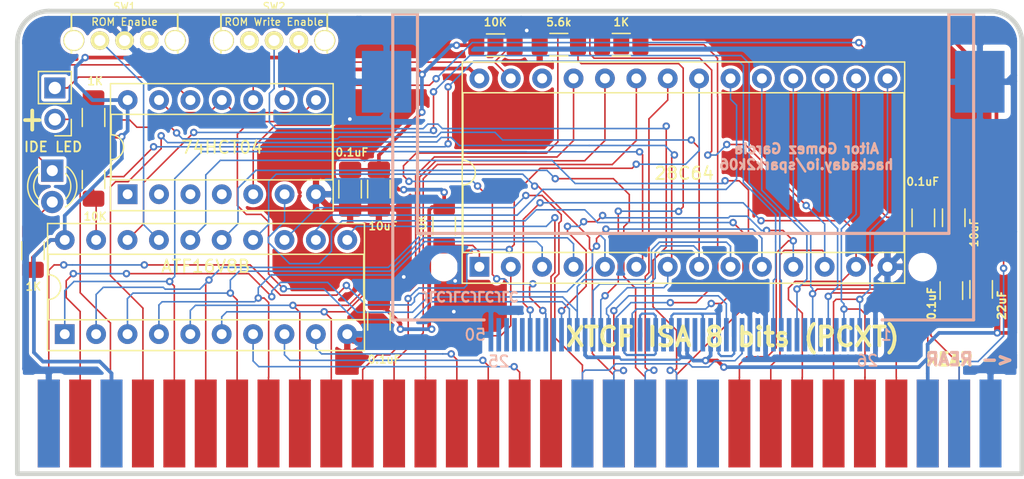
<source format=kicad_pcb>
(kicad_pcb (version 20211014) (generator pcbnew)
  (title_block (title "XT-CF-Mini") (date "2019-01-29") (rev "1.1") (company "Monotech PCs") (comment 2 "GNU Free Documentation License (GFDL)") (comment 3 "Based on www.malinov.com/Home/sergeys-projects/xt-cf-lite") (comment 4 "Modified from Sergey Kiselev's XT-CF-Lite design"))
  (layers (0 "F.Cu" signal "Front") (31 "B.Cu" signal "Back") (36 "B.SilkS" user "B.Silkscreen") (37 "F.SilkS" user "F.Silkscreen") (38 "B.Mask" user) (39 "F.Mask" user) (44 "Edge.Cuts" user))
  (net 0 "")
  (net 1 "/A0")
  (net 2 "/A1")
  (net 3 "/A10")
  (net 4 "/A11")
  (net 5 "/A12")
  (net 6 "/A13")
  (net 7 "/A14")
  (net 8 "/A15")
  (net 9 "/A16")
  (net 10 "/A17")
  (net 11 "/A18")
  (net 12 "/A19")
  (net 13 "/A2")
  (net 14 "/A3")
  (net 15 "/A4")
  (net 16 "/A5")
  (net 17 "/A6")
  (net 18 "/A7")
  (net 19 "/A8")
  (net 20 "/A9")
  (net 21 "/AEN")
  (net 22 "/CF_DMARQ")
  (net 23 "/CF_IORDY")
  (net 24 "/D0")
  (net 25 "/D1")
  (net 26 "/D2")
  (net 27 "/D3")
  (net 28 "/D4")
  (net 29 "/D5")
  (net 30 "/D6")
  (net 31 "/D7")
  (net 32 "/RDY/~{BUSY}")
  (net 33 "/~{CF_CS0}")
  (net 34 "/~{CF_CS1}")
  (net 35 "/~{CF_DASP}")
  (net 36 "/~{CF_RESET}")
  (net 37 "/~{IOR}")
  (net 38 "/~{IOW}")
  (net 39 "/~{MEMR}")
  (net 40 "/~{MEMW}")
  (net 41 "/~{ROMW}")
  (net 42 "/~{ROM_CS}")
  (net 43 "GND")
  (net 44 "/RSTDRV")
  (net 45 "Net-(P1-Pad26)")
  (net 46 "Net-(P1-Pad24)")
  (net 47 "Net-(P1-Pad25)")
  (net 48 "Net-(P1-Pad27)")
  (net 49 "Net-(P1-Pad28)")
  (net 50 "Net-(P1-Pad29)")
  (net 51 "Net-(P1-Pad30)")
  (net 52 "Net-(P1-Pad31)")
  (net 53 "Net-(P1-Pad33)")
  (net 54 "Net-(P1-Pad37)")
  (net 55 "Net-(P1-Pad40)")
  (net 56 "Net-(P1-Pad46)")
  (net 57 "Net-(P1-Pad47)")
  (net 58 "Net-(P1-Pad48)")
  (net 59 "Net-(P1-Pad49)")
  (net 60 "Net-(U1-Pad26)")
  (net 61 "Net-(D1-Pad2)")
  (net 62 "Net-(D1-Pad1)")
  (net 63 "Net-(P2-Pad2)")
  (net 64 "Net-(P2-Pad1)")
  (net 65 "/~{ROM_ENABLE}")
  (net 66 "Net-(SW1-Pad3)")
  (net 67 "Net-(SW2-Pad1)")
  (net 68 "Net-(U5-Pad11)")
  (net 69 "VCC")
  (footprint "Custom:ISA-8BIT-XT-CF" (layer "F.Cu") (at 132.087 114.503)
    (fp_text reference "BUS1" hide)
    (fp_text value "BUSPC_DEV" hide)
  )
  (footprint "Capacitor_SMD:C_1206_3216Metric_Pad1.33x1.80mm_HandSolder" (layer "F.Cu") (at 118.37 95.29 -90)
    (fp_text reference "C1")
    (fp_text value "0.1uF")
  )
  (footprint "Capacitor_SMD:C_1206_3216Metric_Pad1.33x1.80mm_HandSolder" (layer "F.Cu") (at 164.75 97.61 -90)
    (fp_text reference "C2")
    (fp_text value "0.1uF")
  )
  (footprint "Capacitor_SMD:C_1206_3216Metric_Pad1.33x1.80mm_HandSolder" (layer "F.Cu") (at 120.7 105.98 -90)
    (fp_text reference "C3")
    (fp_text value "0.1uF")
  )
  (footprint "Capacitor_SMD:C_1206_3216Metric_Pad1.33x1.80mm_HandSolder" (layer "F.Cu") (at 120.7 95.28 -90)
    (fp_text reference "C4")
    (fp_text value "10uF")
  )
  (footprint "Capacitor_SMD:C_1206_3216Metric_Pad1.33x1.80mm_HandSolder" (layer "F.Cu") (at 167.21 97.6 -90)
    (fp_text reference "C5")
    (fp_text value "10uF")
  )
  (footprint "LED_THT:LED_D3.0mm" (layer "F.Cu") (at 94.27 93.79 -90)
    (fp_text reference "D1")
    (fp_text value "IDE LED")
  )
  (footprint "Connector_PinHeader_2.54mm:PinHeader_1x02_P2.54mm_Vertical" (layer "F.Cu") (at 94.48 89.64 180)
    (fp_text reference "P2")
    (fp_text value "IDE LED")
  )
  (footprint "Resistor_SMD:R_1206_3216Metric_Pad1.30x1.75mm_HandSolder" (layer "F.Cu") (at 135.26 83.6 180)
    (fp_text reference "R1")
    (fp_text value "5.6k")
  )
  (footprint "Resistor_SMD:R_1206_3216Metric_Pad1.30x1.75mm_HandSolder" (layer "F.Cu") (at 92.71 100.27 90)
    (fp_text reference "R2")
    (fp_text value "1K")
  )
  (footprint "Resistor_SMD:R_1206_3216Metric_Pad1.30x1.75mm_HandSolder" (layer "F.Cu") (at 97.61 89.49 90)
    (fp_text reference "R3")
    (fp_text value "1K")
  )
  (footprint "Resistor_SMD:R_1206_3216Metric_Pad1.30x1.75mm_HandSolder" (layer "F.Cu") (at 140.31 83.6)
    (fp_text reference "R4")
    (fp_text value "1K")
  )
  (footprint "Resistor_SMD:R_1206_3216Metric_Pad1.30x1.75mm_HandSolder" (layer "F.Cu") (at 97.61 94.51 90)
    (fp_text reference "R5")
    (fp_text value "10K")
  )
  (footprint "Custom:CKCOMP-OS102011MA1QN1" (layer "F.Cu") (at 100.12 83.26)
    (fp_text reference "SW1")
    (fp_text value "ROM Enable")
  )
  (footprint "Custom:CKCOMP-OS102011MA1QN1" (layer "F.Cu") (at 112.22 83.26)
    (fp_text reference "SW2")
    (fp_text value "ROM Write Enable")
  )
  (footprint "Package_DIP:DIP-28_W15.24mm_Socket" (layer "F.Cu") (at 128.83 101.57 90)
    (fp_text reference "U1")
    (fp_text value "28C64")
  )
  (footprint "Package_DIP:DIP-20_W7.62mm_Socket" (layer "F.Cu") (at 95.28 107.02 90)
    (fp_text reference "U2")
    (fp_text value "ATF16V8B")
  )
  (footprint "Resistor_SMD:R_1206_3216Metric_Pad1.30x1.75mm_HandSolder" (layer "F.Cu") (at 125.98 98.29 90)
    (fp_text reference "R6")
    (fp_text value "10K")
  )
  (footprint "Package_DIP:DIP-14_W7.62mm_Socket" (layer "F.Cu") (at 100.37 95.7 90)
    (fp_text reference "U5")
    (fp_text value "74HCT04")
  )
  (footprint "Resistor_SMD:R_1206_3216Metric_Pad1.30x1.75mm_HandSolder" (layer "F.Cu") (at 130.13 83.64)
    (fp_text reference "R7")
    (fp_text value "10K")
  )
  (footprint "Capacitor_SMD:C_1206_3216Metric_Pad1.33x1.80mm_HandSolder" (layer "F.Cu") (at 169.43 103.4 90)
    (fp_text reference "C6")
    (fp_text value "22uF")
  )
  (footprint "Capacitor_SMD:C_1206_3216Metric_Pad1.33x1.80mm_HandSolder" (layer "F.Cu") (at 167.02 103.5 90)
    (fp_text reference "C7")
    (fp_text value "0.1uF")
  )
  (footprint "Custom:Custom_CF_Slot" (layer "B.Cu") (at 145.32 101.17)
    (fp_text reference "P1")
    (fp_text value "CF_CARD" hide)
  )
  (gr_line (start 91.447 118.313) (end 91.447 83.42) (layer "Edge.Cuts") (width 0.381))
  (gr_line (start 172.727 118.313) (end 172.727 83.42) (layer "Edge.Cuts") (width 0.381))
  (gr_arc (start 170.19 80.88) (mid 171.986051 81.623949) (end 172.73 83.42) (layer "Edge.Cuts") (width 0.381))
  (gr_line (start 93.987 80.88) (end 170.19 80.88) (layer "Edge.Cuts") (width 0.381))
  (gr_line (start 91.447 118.313) (end 172.727 118.313) (layer "Edge.Cuts") (width 0.381))
  (gr_arc (start 91.447 83.42) (mid 92.190949 81.623949) (end 93.987 80.88) (layer "Edge.Cuts") (width 0.381))
  (gr_text "<- REAR" (at 168.48 109.05) (layer "B.SilkS") (effects (font (size 1 1) (thickness 0.25)) (justify mirror)))
  (gr_text "JLCJLCJLCJLC" (at 128.07 103.96 180) (layer "B.SilkS") (effects (font (size 0.762 0.762) (thickness 0.1905)) (justify mirror)))
  (gr_text "Aitor Gomez Garcia\nhackaday.io/spark2k06" (at 155.29 92.66) (layer "B.SilkS") (effects (font (size 0.8 0.8) (thickness 0.2)) (justify mirror)))
  (gr_text "XTCF ISA 8 bits (PCXT)" (at 149.33 107.24) (layer "F.SilkS") (effects (font (size 1.524 1.524) (thickness 0.3048))))
  (gr_text "REAR ->" (at 168.47 109.07) (layer "F.SilkS") (effects (font (size 1 1) (thickness 0.25))))
  (gr_text "+" (at 92.65 89.55) (layer "F.SilkS") (effects (font (size 2.032 1.524) (thickness 0.3048))))
  (segment (start 118.07 103.08) (end 118.07 103.08) (width 0.127) (layer "F.Cu") (net 1))
  (segment (start 139.07 98.52) (end 139.07 98.52) (width 0.127) (layer "F.Cu") (net 1))
  (segment (start 101.72 101.42) (end 110.09 101.42) (width 0.127) (layer "F.Cu") (net 1))
  (segment (start 110.286466 101.42) (end 110.09 101.42) (width 0.127) (layer "F.Cu") (net 1))
  (segment (start 94.42 101.42) (end 95.2 101.42) (width 0.127) (layer "F.Cu") (net 1))
  (segment (start 117.284099 103.865901) (end 112.732367 103.865901) (width 0.127) (layer "F.Cu") (net 1))
  (segment (start 138.31 99.9) (end 138.31 99.28) (width 0.127) (layer "F.Cu") (net 1))
  (segment (start 93.987 101.853) (end 94.42 101.42) (width 0.127) (layer "F.Cu") (net 1))
  (segment (start 93.987 114.249) (end 93.987 101.853) (width 0.127) (layer "F.Cu") (net 1))
  (segment (start 117.284099 103.865901) (end 118.07 103.08) (width 0.127) (layer "F.Cu") (net 1))
  (segment (start 112.732367 103.865901) (end 110.286466 101.42) (width 0.127) (layer "F.Cu") (net 1))
  (segment (start 138.31 99.28) (end 139.07 98.52) (width 0.127) (layer "F.Cu") (net 1))
  (via (at 118.07 103.08) (size 0.6) (drill 0.3) (layers "F.Cu" "B.Cu") (net 1))
  (via (at 139.07 98.52) (size 0.6) (drill 0.3) (layers "F.Cu" "B.Cu") (net 1))
  (via (at 95.2 101.42) (size 0.6) (drill 0.3) (layers "F.Cu" "B.Cu") (net 1))
  (via (at 101.72 101.42) (size 0.6) (drill 0.3) (layers "F.Cu" "B.Cu") (net 1))
  (via (at 138.31 99.9) (size 0.6) (drill 0.3) (layers "F.Cu" "B.Cu") (net 1))
  (segment (start 138.31 99.9) (end 138.31 99.9) (width 0.127) (layer "B.Cu") (net 1))
  (segment (start 123.307633 104.655901) (end 119.645901 104.655901) (width 0.127) (layer "B.Cu") (net 1))
  (segment (start 125.07 103.59) (end 135.908934 103.59) (width 0.127) (layer "B.Cu") (net 1))
  (segment (start 151.69 99.26) (end 151.69 101.57) (width 0.127) (layer "B.Cu") (net 1))
  (segment (start 119.645901 104.655901) (end 118.07 103.08) (width 0.127) (layer "B.Cu") (net 1))
  (segment (start 123.575901 104.074099) (end 123.575901 104.387633) (width 0.127) (layer "B.Cu") (net 1))
  (segment (start 95.2 101.42) (end 95.9 101.42) (width 0.127) (layer "B.Cu") (net 1))
  (segment (start 125.07 103.59) (end 124.94 103.72) (width 0.127) (layer "B.Cu") (net 1))
  (segment (start 123.575901 104.387633) (end 123.307633 104.655901) (width 0.127) (layer "B.Cu") (net 1))
  (segment (start 139.07 98.52) (end 150.95 98.52) (width 0.127) (layer "B.Cu") (net 1))
  (segment (start 95.9 101.42) (end 101.72 101.42) (width 0.127) (layer "B.Cu") (net 1))
  (segment (start 123.93 103.72) (end 123.575901 104.074099) (width 0.127) (layer "B.Cu") (net 1))
  (segment (start 150.95 98.52) (end 151.69 99.26) (width 0.127) (layer "B.Cu") (net 1))
  (segment (start 137.974099 101.524835) (end 137.974099 100.235901) (width 0.127) (layer "B.Cu") (net 1))
  (segment (start 124.94 103.72) (end 123.93 103.72) (width 0.127) (layer "B.Cu") (net 1))
  (segment (start 135.908934 103.59) (end 137.974099 101.524835) (width 0.127) (layer "B.Cu") (net 1))
  (segment (start 137.974099 100.235901) (end 138.31 99.9) (width 0.127) (layer "B.Cu") (net 1))
  (segment (start 100.274099 102.124099) (end 100.274099 102.124099) (width 0.127) (layer "F.Cu") (net 2))
  (segment (start 110.164099 102.124099) (end 100.274099 102.124099) (width 0.127) (layer "F.Cu") (net 2))
  (segment (start 96.527 105.187) (end 95.4 104.06) (width 0.127) (layer "F.Cu") (net 2))
  (segment (start 95.4 104.06) (end 95.4 102.7) (width 0.127) (layer "F.Cu") (net 2))
  (segment (start 95.4 102.7) (end 95.975901 102.124099) (width 0.127) (layer "F.Cu") (net 2))
  (segment (start 96.527 114.249) (end 96.527 105.187) (width 0.127) (layer "F.Cu") (net 2))
  (segment (start 112.03 103.99) (end 110.164099 102.124099) (width 0.127) (layer "F.Cu") (net 2))
  (via (at 112.03 103.99) (size 0.6) (drill 0.3) (layers "F.Cu" "B.Cu") (net 2))
  (via (at 95.975901 102.124099) (size 0.6) (drill 0.3) (layers "F.Cu" "B.Cu") (net 2))
  (via (at 100.274099 102.124099) (size 0.6) (drill 0.3) (layers "F.Cu" "B.Cu") (net 2))
  (segment (start 112.03 103.99) (end 112.03 103.99) (width 0.127) (layer "B.Cu") (net 2))
  (segment (start 95.975901 102.124099) (end 95.975901 102.124099) (width 0.127) (layer "B.Cu") (net 2))
  (segment (start 142.749289 102.219645) (end 142.74929 100.219644) (width 0.127) (layer "B.Cu") (net 2))
  (segment (start 137.32 102.61) (end 142.358934 102.61) (width 0.127) (layer "B.Cu") (net 2))
  (segment (start 100.274099 102.124099) (end 95.975901 102.124099) (width 0.127) (layer "B.Cu") (net 2))
  (segment (start 142.74929 100.219644) (end 143.393744 99.57519) (width 0.127) (layer "B.Cu") (net 2))
  (segment (start 118.97 105.25) (end 116.554099 102.834099) (width 0.127) (layer "B.Cu") (net 2))
  (segment (start 148.81519 99.57519) (end 149.15 99.91) (width 0.127) (layer "B.Cu") (net 2))
  (segment (start 136.75 103.18) (end 137.32 102.61) (width 0.127) (layer "B.Cu") (net 2))
  (segment (start 124.57481 104.09519) (end 123.42 105.25) (width 0.127) (layer "B.Cu") (net 2))
  (segment (start 136.75 105.5397) (end 136.75 103.18) (width 0.127) (layer "B.Cu") (net 2))
  (segment (start 112.732367 102.834099) (end 112.03 103.536466) (width 0.127) (layer "B.Cu") (net 2))
  (segment (start 125.13481 104.09519) (end 124.57481 104.09519) (width 0.127) (layer "B.Cu") (net 2))
  (segment (start 143.393744 99.57519) (end 148.81519 99.57519) (width 0.127) (layer "B.Cu") (net 2))
  (segment (start 136.7475 105.5422) (end 136.75 105.5397) (width 0.127) (layer "B.Cu") (net 2))
  (segment (start 125.22 104.01) (end 125.13481 104.09519) (width 0.127) (layer "B.Cu") (net 2))
  (segment (start 136.7475 107.07) (end 136.7475 105.186434) (width 0.127) (layer "B.Cu") (net 2))
  (segment (start 112.03 103.536466) (end 112.03 103.99) (width 0.127) (layer "B.Cu") (net 2))
  (segment (start 136.7475 107.07) (end 136.7475 105.5422) (width 0.127) (layer "B.Cu") (net 2))
  (segment (start 149.15 99.91) (end 149.15 101.57) (width 0.127) (layer "B.Cu") (net 2))
  (segment (start 136.7475 105.186434) (end 135.571066 104.01) (width 0.127) (layer "B.Cu") (net 2))
  (segment (start 123.42 105.25) (end 118.97 105.25) (width 0.127) (layer "B.Cu") (net 2))
  (segment (start 135.571066 104.01) (end 125.22 104.01) (width 0.127) (layer "B.Cu") (net 2))
  (segment (start 142.358934 102.61) (end 142.749289 102.219645) (width 0.127) (layer "B.Cu") (net 2))
  (segment (start 116.554099 102.834099) (end 112.732367 102.834099) (width 0.127) (layer "B.Cu") (net 2))
  (segment (start 123.07 104.84) (end 123.07 104.84) (width 0.127) (layer "F.Cu") (net 3))
  (segment (start 141.52 93.27) (end 141.52 93.27) (width 0.127) (layer "F.Cu") (net 3))
  (segment (start 141.19038 93.59962) (end 133.75038 93.59962) (width 0.127) (layer "F.Cu") (net 3))
  (segment (start 141.52 93.27) (end 141.19038 93.59962) (width 0.127) (layer "F.Cu") (net 3))
  (segment (start 120.58 108.7) (end 121.58 108.7) (width 0.127) (layer "F.Cu") (net 3))
  (segment (start 131.65 99.77) (end 131.25 100.17) (width 0.127) (layer "F.Cu") (net 3))
  (segment (start 123.07 107.21) (end 123.07 104.15) (width 0.127) (layer "F.Cu") (net 3))
  (segment (start 133.75038 93.59962) (end 131.65 95.7) (width 0.127) (layer "F.Cu") (net 3))
  (segment (start 123.07 104.15) (end 123.06 104.14) (width 0.127) (layer "F.Cu") (net 3))
  (segment (start 119.387 114.249) (end 119.387 109.893) (width 0.127) (layer "F.Cu") (net 3))
  (segment (start 131.65 95.7) (end 131.65 99.77) (width 0.127) (layer "F.Cu") (net 3))
  (segment (start 119.387 109.893) (end 120.58 108.7) (width 0.127) (layer "F.Cu") (net 3))
  (segment (start 121.58 108.7) (end 123.07 107.21) (width 0.127) (layer "F.Cu") (net 3))
  (via (at 123.06 104.14) (size 0.6) (drill 0.3) (layers "F.Cu" "B.Cu") (net 3))
  (via (at 131.25 100.17) (size 0.6) (drill 0.3) (layers "F.Cu" "B.Cu") (net 3))
  (via (at 141.52 93.27) (size 0.6) (drill 0.3) (layers "F.Cu" "B.Cu") (net 3))
  (segment (start 128.241378 100.17) (end 131.25 100.17) (width 0.127) (layer "B.Cu") (net 3))
  (segment (start 123.758934 103.46) (end 123.933744 103.28519) (width 0.127) (layer "B.Cu") (net 3))
  (segment (start 127.814099 100.597279) (end 128.241378 100.17) (width 0.127) (layer "B.Cu") (net 3))
  (segment (start 123.07 104.12) (end 123.73 103.46) (width 0.127) (layer "B.Cu") (net 3))
  (segment (start 126.76519 103.28519) (end 126.86481 103.28519) (width 0.127) (layer "B.Cu") (net 3))
  (segment (start 146.61 92.17) (end 146.61 86.33) (width 0.127) (layer "B.Cu") (net 3))
  (segment (start 127.07481 103.28201) (end 127.07481 103.28519) (width 0.127) (layer "B.Cu") (net 3))
  (segment (start 123.933744 103.28519) (end 126.76519 103.28519) (width 0.127) (layer "B.Cu") (net 3))
  (segment (start 127.814099 103.065901) (end 127.814099 100.597279) (width 0.127) (layer "B.Cu") (net 3))
  (segment (start 141.52 93.27) (end 145.51 93.27) (width 0.127) (layer "B.Cu") (net 3))
  (segment (start 127.07481 103.28519) (end 127.59481 103.28519) (width 0.127) (layer "B.Cu") (net 3))
  (segment (start 126.76519 103.28519) (end 127.07481 103.28519) (width 0.127) (layer "B.Cu") (net 3))
  (segment (start 127.59481 103.28519) (end 127.814099 103.065901) (width 0.127) (layer "B.Cu") (net 3))
  (segment (start 145.51 93.27) (end 146.61 92.17) (width 0.127) (layer "B.Cu") (net 3))
  (segment (start 123.73 103.46) (end 123.758934 103.46) (width 0.127) (layer "B.Cu") (net 3))
  (segment (start 124.28481 106.92519) (end 124.28481 94.446256) (width 0.127) (layer "F.Cu") (net 4))
  (segment (start 124.28481 94.446256) (end 125.436256 93.29481) (width 0.127) (layer "F.Cu") (net 4))
  (segment (start 121.927 114.249) (end 121.927 109.283) (width 0.127) (layer "F.Cu") (net 4))
  (segment (start 139.58519 93.29481) (end 141.53 91.35) (width 0.127) (layer "F.Cu") (net 4))
  (segment (start 121.927 109.283) (end 124.28481 106.92519) (width 0.127) (layer "F.Cu") (net 4))
  (segment (start 125.436256 93.29481) (end 139.58519 93.29481) (width 0.127) (layer "F.Cu") (net 4))
  (segment (start 141.53 91.35) (end 141.53 86.33) (width 0.127) (layer "F.Cu") (net 4))
  (segment (start 124.47 110.5122) (end 124.47 108.03) (width 0.127) (layer "F.Cu") (net 5))
  (segment (start 124.467 110.5152) (end 124.47 110.5122) (width 0.127) (layer "F.Cu") (net 5))
  (segment (start 124.467 114.249) (end 124.467 110.5152) (width 0.127) (layer "F.Cu") (net 5))
  (segment (start 124.47 108.03) (end 125.35 107.15) (width 0.127) (layer "F.Cu") (net 5))
  (segment (start 130.55 107.15) (end 131.37 106.33) (width 0.127) (layer "F.Cu") (net 5))
  (segment (start 131.37 106.33) (end 131.37 101.57) (width 0.127) (layer "F.Cu") (net 5))
  (segment (start 125.35 107.15) (end 130.55 107.15) (width 0.127) (layer "F.Cu") (net 5))
  (segment (start 126.55 108.62) (end 126.55 108.62) (width 0.127) (layer "F.Cu") (net 6))
  (segment (start 127.007 109.077) (end 126.55 108.62) (width 0.127) (layer "F.Cu") (net 6))
  (segment (start 127.007 114.249) (end 127.007 109.077) (width 0.127) (layer "F.Cu") (net 6))
  (via (at 126.55 108.62) (size 0.6) (drill 0.3) (layers "F.Cu" "B.Cu") (net 6))
  (segment (start 125.87 108.62) (end 125.87 108.62) (width 0.127) (layer "B.Cu") (net 6))
  (segment (start 125.87 108.62) (end 126.55 108.62) (width 0.127) (layer "B.Cu") (net 6))
  (segment (start 115.6 107.02) (end 115.6 108.15137) (width 0.127) (layer "B.Cu") (net 6))
  (segment (start 116.06863 108.62) (end 125.87 108.62) (width 0.127) (layer "B.Cu") (net 6))
  (segment (start 115.6 108.15137) (end 116.06863 108.62) (width 0.127) (layer "B.Cu") (net 6))
  (segment (start 129.11 109.14) (end 129.11 109.14) (width 0.127) (layer "F.Cu") (net 7))
  (segment (start 129.547 109.577) (end 129.547 114.249) (width 0.127) (layer "F.Cu") (net 7))
  (segment (start 129.11 109.14) (end 129.547 109.577) (width 0.127) (layer "F.Cu") (net 7))
  (via (at 129.11 109.14) (size 0.6) (drill 0.3) (layers "F.Cu" "B.Cu") (net 7))
  (segment (start 113.06 108.69) (end 113.06 107.02) (width 0.127) (layer "B.Cu") (net 7))
  (segment (start 113.51 109.14) (end 113.06 108.69) (width 0.127) (layer "B.Cu") (net 7))
  (segment (start 129.11 109.14) (end 113.51 109.14) (width 0.127) (layer "B.Cu") (net 7))
  (segment (start 132.087 110.097) (end 131.64 109.65) (width 0.127) (layer "F.Cu") (net 8))
  (segment (start 132.087 114.249) (end 132.087 110.097) (width 0.127) (layer "F.Cu") (net 8))
  (via (at 131.64 109.65) (size 0.6) (drill 0.3) (layers "F.Cu" "B.Cu") (net 8))
  (segment (start 131.64 109.65) (end 131.64 109.65) (width 0.127) (layer "B.Cu") (net 8))
  (segment (start 110.98 109.65) (end 110.52 109.19) (width 0.127) (layer "B.Cu") (net 8))
  (segment (start 110.52 109.19) (end 110.52 107.02) (width 0.127) (layer "B.Cu") (net 8))
  (segment (start 131.64 109.65) (end 110.98 109.65) (width 0.127) (layer "B.Cu") (net 8))
  (segment (start 134.627 102.356534) (end 134.94 102.043534) (width 0.127) (layer "F.Cu") (net 9))
  (segment (start 134.96 97.62) (end 134.94 97.6) (width 0.127) (layer "F.Cu") (net 9))
  (segment (start 134.94 102.043534) (end 134.94 97.6) (width 0.127) (layer "F.Cu") (net 9))
  (segment (start 134.627 114.249) (end 134.627 102.356534) (width 0.127) (layer "F.Cu") (net 9))
  (via (at 134.94 97.6) (size 0.6) (drill 0.3) (layers "F.Cu" "B.Cu") (net 9))
  (segment (start 134.94 97.6) (end 134.94 97.6) (width 0.127) (layer "B.Cu") (net 9))
  (segment (start 134.24 98.3) (end 134.94 97.6) (width 0.127) (layer "B.Cu") (net 9))
  (segment (start 118.91 98.3) (end 134.24 98.3) (width 0.127) (layer "B.Cu") (net 9))
  (segment (start 118.14 99.07) (end 118.91 98.3) (width 0.127) (layer "B.Cu") (net 9))
  (segment (start 118.14 99.4) (end 118.14 99.07) (width 0.127) (layer "B.Cu") (net 9))
  (segment (start 132.59 95.8) (end 132.59 95.8) (width 0.127) (layer "F.Cu") (net 10))
  (segment (start 137.167 114.249) (end 137.167 109.527) (width 0.127) (layer "F.Cu") (net 10))
  (segment (start 135.26481 98.038724) (end 135.455901 97.847633) (width 0.127) (layer "F.Cu") (net 10))
  (segment (start 135.455901 97.352367) (end 133.903534 95.8) (width 0.127) (layer "F.Cu") (net 10))
  (segment (start 134.93181 107.29181) (end 134.93181 102.48279) (width 0.127) (layer "F.Cu") (net 10))
  (segment (start 133.903534 95.8) (end 132.59 95.8) (width 0.127) (layer "F.Cu") (net 10))
  (segment (start 134.93181 102.48279) (end 135.26481 102.14979) (width 0.127) (layer "F.Cu") (net 10))
  (segment (start 137.167 109.527) (end 134.93181 107.29181) (width 0.127) (layer "F.Cu") (net 10))
  (segment (start 135.26481 102.14979) (end 135.26481 98.038724) (width 0.127) (layer "F.Cu") (net 10))
  (segment (start 135.455901 97.847633) (end 135.455901 97.352367) (width 0.127) (layer "F.Cu") (net 10))
  (via (at 132.59 95.8) (size 0.6) (drill 0.3) (layers "F.Cu" "B.Cu") (net 10))
  (segment (start 115.671099 96.788901) (end 113.06 99.4) (width 0.127) (layer "B.Cu") (net 10))
  (segment (start 131.601099 96.788901) (end 115.671099 96.788901) (width 0.127) (layer "B.Cu") (net 10))
  (segment (start 132.59 95.8) (end 131.601099 96.788901) (width 0.127) (layer "B.Cu") (net 10))
  (segment (start 133.3 95.04) (end 133.3 95.04) (width 0.127) (layer "F.Cu") (net 11))
  (segment (start 139.707 114.249) (end 139.707 110.327) (width 0.127) (layer "F.Cu") (net 11))
  (segment (start 137.97 105.748198) (end 137.97 108.59) (width 0.127) (layer "F.Cu") (net 11))
  (segment (start 133.5746 95.04) (end 133.3 95.04) (width 0.127) (layer "F.Cu") (net 11))
  (segment (start 137.974099 105.744099) (end 137.97 105.748198) (width 0.127) (layer "F.Cu") (net 11))
  (segment (start 137.97 108.59) (end 139.707 110.327) (width 0.127) (layer "F.Cu") (net 11))
  (segment (start 137.74 99.2054) (end 137.74 100.093534) (width 0.127) (layer "F.Cu") (net 11))
  (segment (start 137.74 99.2054) (end 133.5746 95.04) (width 0.127) (layer "F.Cu") (net 11))
  (segment (start 137.974099 100.327633) (end 137.974099 105.744099) (width 0.127) (layer "F.Cu") (net 11))
  (segment (start 137.74 100.093534) (end 137.974099 100.327633) (width 0.127) (layer "F.Cu") (net 11))
  (via (at 133.3 95.04) (size 0.6) (drill 0.3) (layers "F.Cu" "B.Cu") (net 11))
  (segment (start 132.53 94.27) (end 133.3 95.04) (width 0.127) (layer "B.Cu") (net 11))
  (segment (start 111.78 94.68) (end 112.38519 94.07481) (width 0.127) (layer "B.Cu") (net 11))
  (segment (start 110.52 99.4) (end 111.78 98.14) (width 0.127) (layer "B.Cu") (net 11))
  (segment (start 132.33481 94.07481) (end 132.53 94.27) (width 0.127) (layer "B.Cu") (net 11))
  (segment (start 112.38519 94.07481) (end 132.33481 94.07481) (width 0.127) (layer "B.Cu") (net 11))
  (segment (start 111.78 98.14) (end 111.78 94.68) (width 0.127) (layer "B.Cu") (net 11))
  (segment (start 134.97 94.44) (end 134.97 94.44) (width 0.127) (layer "F.Cu") (net 12))
  (segment (start 141.47 103.32) (end 140.514099 102.364099) (width 0.127) (layer "F.Cu") (net 12))
  (segment (start 141.47 105.16) (end 141.47 103.32) (width 0.127) (layer "F.Cu") (net 12))
  (segment (start 141.47 109.72) (end 141.47 105.16) (width 0.127) (layer "F.Cu") (net 12))
  (segment (start 140.96 95.73) (end 139.67 94.44) (width 0.127) (layer "F.Cu") (net 12))
  (segment (start 140.514099 98.335901) (end 140.96 97.89) (width 0.127) (layer "F.Cu") (net 12))
  (segment (start 140.514099 102.364099) (end 140.514099 98.335901) (width 0.127) (layer "F.Cu") (net 12))
  (segment (start 140.96 97.89) (end 140.96 95.73) (width 0.127) (layer "F.Cu") (net 12))
  (segment (start 139.67 94.44) (end 134.97 94.44) (width 0.127) (layer "F.Cu") (net 12))
  (segment (start 142.247 111.383) (end 142.25 111.38) (width 0.127) (layer "F.Cu") (net 12))
  (segment (start 142.247 110.497) (end 141.47 109.72) (width 0.127) (layer "F.Cu") (net 12))
  (segment (start 142.247 114.249) (end 142.247 110.497) (width 0.127) (layer "F.Cu") (net 12))
  (segment (start 142.247 114.249) (end 142.247 111.383) (width 0.127) (layer "F.Cu") (net 12))
  (via (at 134.97 94.44) (size 0.6) (drill 0.3) (layers "F.Cu" "B.Cu") (net 12))
  (segment (start 109.3 95.21) (end 110.74 93.77) (width 0.127) (layer "B.Cu") (net 12))
  (segment (start 110.74 93.77) (end 134.3 93.77) (width 0.127) (layer "B.Cu") (net 12))
  (segment (start 107.98 99.4) (end 109.3 98.08) (width 0.127) (layer "B.Cu") (net 12))
  (segment (start 134.3 93.77) (end 134.97 94.44) (width 0.127) (layer "B.Cu") (net 12))
  (segment (start 109.3 98.08) (end 109.3 95.21) (width 0.127) (layer "B.Cu") (net 12))
  (segment (start 145.98 91.31) (end 145.98 91.31) (width 0.127) (layer "F.Cu") (net 13))
  (segment (start 100.528898 89.69) (end 101.118898 90.28) (width 0.127) (layer "F.Cu") (net 13))
  (segment (start 97.05 89.69) (end 100.528898 89.69) (width 0.127) (layer "F.Cu") (net 13))
  (segment (start 96.53 103.67) (end 96.53 90.21) (width 0.127) (layer "F.Cu") (net 13))
  (segment (start 96.53 90.21) (end 97.05 89.69) (width 0.127) (layer "F.Cu") (net 13))
  (segment (start 103.87 90.28) (end 104.33 90.74) (width 0.127) (layer "F.Cu") (net 13))
  (segment (start 146.61 91.94) (end 145.98 91.31) (width 0.127) (layer "F.Cu") (net 13))
  (segment (start 101.118898 90.28) (end 103.87 90.28) (width 0.127) (layer "F.Cu") (net 13))
  (segment (start 146.61 101.57) (end 146.61 91.94) (width 0.127) (layer "F.Cu") (net 13))
  (segment (start 98.977 114.159) (end 98.977 106.117) (width 0.127) (layer "F.Cu") (net 13))
  (segment (start 98.977 106.117) (end 96.53 103.67) (width 0.127) (layer "F.Cu") (net 13))
  (segment (start 99.067 114.249) (end 98.977 114.159) (width 0.127) (layer "F.Cu") (net 13))
  (via (at 104.33 90.74) (size 0.6) (drill 0.3) (layers "F.Cu" "B.Cu") (net 13))
  (via (at 145.98 91.31) (size 0.6) (drill 0.3) (layers "F.Cu" "B.Cu") (net 13))
  (segment (start 104.33 90.74) (end 104.33 90.74) (width 0.127) (layer "B.Cu") (net 13))
  (segment (start 125.733534 90.69) (end 125.367633 91.055901) (width 0.127) (layer "B.Cu") (net 13))
  (segment (start 125.367633 91.055901) (end 123.445901 91.055901) (width 0.127) (layer "B.Cu") (net 13))
  (segment (start 138.57481 102.95519) (end 142.59481 102.95519) (width 0.127) (layer "B.Cu") (net 13))
  (segment (start 142.59481 102.95519) (end 143.054099 102.495901) (width 0.127) (layer "B.Cu") (net 13))
  (segment (start 143.054099 100.345901) (end 143.52 99.88) (width 0.127) (layer "B.Cu") (net 13))
  (segment (start 138.0175 105.5422) (end 138.03 105.5297) (width 0.127) (layer "B.Cu") (net 13))
  (segment (start 117.354099 91.215901) (end 104.805901 91.215901) (width 0.127) (layer "B.Cu") (net 13))
  (segment (start 143.52 99.88) (end 146.17 99.88) (width 0.127) (layer "B.Cu") (net 13))
  (segment (start 138.0175 107.07) (end 138.0175 105.5422) (width 0.127) (layer "B.Cu") (net 13))
  (segment (start 138.03 105.5297) (end 138.03 103.5) (width 0.127) (layer "B.Cu") (net 13))
  (segment (start 130.71 91.31) (end 130.09 90.69) (width 0.127) (layer "B.Cu") (net 13))
  (segment (start 119.69 91.06) (end 117.51 91.06) (width 0.127) (layer "B.Cu") (net 13))
  (segment (start 143.054099 102.495901) (end 143.054099 100.345901) (width 0.127) (layer "B.Cu") (net 13))
  (segment (start 123.445901 91.055901) (end 123.441802 91.06) (width 0.127) (layer "B.Cu") (net 13))
  (segment (start 146.61 100.32) (end 146.61 101.57) (width 0.127) (layer "B.Cu") (net 13))
  (segment (start 130.09 90.69) (end 125.733534 90.69) (width 0.127) (layer "B.Cu") (net 13))
  (segment (start 123.441802 91.06) (end 121.31 91.06) (width 0.127) (layer "B.Cu") (net 13))
  (segment (start 117.51 91.06) (end 117.354099 91.215901) (width 0.127) (layer "B.Cu") (net 13))
  (segment (start 145.98 91.31) (end 130.71 91.31) (width 0.127) (layer "B.Cu") (net 13))
  (segment (start 138.03 103.5) (end 138.57481 102.95519) (width 0.127) (layer "B.Cu") (net 13))
  (segment (start 104.805901 91.215901) (end 104.33 90.74) (width 0.127) (layer "B.Cu") (net 13))
  (segment (start 121.31 91.06) (end 119.69 91.06) (width 0.127) (layer "B.Cu") (net 13))
  (segment (start 146.17 99.88) (end 146.61 100.32) (width 0.127) (layer "B.Cu") (net 13))
  (segment (start 144.61 92.52) (end 144.61 92.52) (width 0.127) (layer "F.Cu") (net 14))
  (segment (start 98.98 102.29) (end 101.607 104.917) (width 0.127) (layer "F.Cu") (net 14))
  (segment (start 103.08 90.97) (end 103.08 92.013534) (width 0.127) (layer "F.Cu") (net 14))
  (segment (start 144.39 101.25) (end 144.39 92.74) (width 0.127) (layer "F.Cu") (net 14))
  (segment (start 144.39 92.74) (end 144.61 92.52) (width 0.127) (layer "F.Cu") (net 14))
  (segment (start 103.08 92.013534) (end 100.409435 94.684099) (width 0.127) (layer "F.Cu") (net 14))
  (segment (start 98.98 95.101378) (end 98.98 102.29) (width 0.127) (layer "F.Cu") (net 14))
  (segment (start 101.607 104.917) (end 101.607 114.249) (width 0.127) (layer "F.Cu") (net 14))
  (segment (start 144.07 101.57) (end 144.37 101.27) (width 0.127) (layer "F.Cu") (net 14))
  (segment (start 144.07 101.57) (end 144.39 101.25) (width 0.127) (layer "F.Cu") (net 14))
  (segment (start 100.409435 94.684099) (end 99.397279 94.684099) (width 0.127) (layer "F.Cu") (net 14))
  (segment (start 99.397279 94.684099) (end 98.98 95.101378) (width 0.127) (layer "F.Cu") (net 14))
  (via (at 144.61 92.52) (size 0.6) (drill 0.3) (layers "F.Cu" "B.Cu") (net 14))
  (via (at 103.08 90.97) (size 0.6) (drill 0.3) (layers "F.Cu" "B.Cu") (net 14))
  (segment (start 125.750501 91.104099) (end 125.3846 91.47) (width 0.127) (layer "B.Cu") (net 14))
  (segment (start 117.531066 91.47) (end 117.480355 91.520711) (width 0.127) (layer "B.Cu") (net 14))
  (segment (start 143.844099 91.754099) (end 137.725901 91.754099) (width 0.127) (layer "B.Cu") (net 14))
  (segment (start 127.197633 91.754099) (end 126.547633 91.104099) (width 0.127) (layer "B.Cu") (net 14))
  (segment (start 139.2875 105.5422) (end 139.12 105.3747) (width 0.127) (layer "B.Cu") (net 14))
  (segment (start 126.547633 91.104099) (end 125.750501 91.104099) (width 0.127) (layer "B.Cu") (net 14))
  (segment (start 140.806466 103.26) (end 143.75 103.26) (width 0.127) (layer "B.Cu") (net 14))
  (segment (start 117.480355 91.520711) (end 103.600711 91.520711) (width 0.127) (layer "B.Cu") (net 14))
  (segment (start 103.600711 91.520711) (end 103.32 91.24) (width 0.127) (layer "B.Cu") (net 14))
  (segment (start 144.61 92.52) (end 143.844099 91.754099) (width 0.127) (layer "B.Cu") (net 14))
  (segment (start 143.75 103.26) (end 144.07 102.94) (width 0.127) (layer "B.Cu") (net 14))
  (segment (start 103.32 91.23) (end 103.06 90.97) (width 0.127) (layer "B.Cu") (net 14))
  (segment (start 103.32 91.24) (end 103.32 91.23) (width 0.127) (layer "B.Cu") (net 14))
  (segment (start 144.07 102.94) (end 144.07 101.57) (width 0.127) (layer "B.Cu") (net 14))
  (segment (start 139.2875 107.07) (end 139.2875 105.5422) (width 0.127) (layer "B.Cu") (net 14))
  (segment (start 139.12 104.946466) (end 140.806466 103.26) (width 0.127) (layer "B.Cu") (net 14))
  (segment (start 139.12 105.3747) (end 139.12 104.946466) (width 0.127) (layer "B.Cu") (net 14))
  (segment (start 137.725901 91.754099) (end 127.197633 91.754099) (width 0.127) (layer "B.Cu") (net 14))
  (segment (start 125.3846 91.47) (end 117.531066 91.47) (width 0.127) (layer "B.Cu") (net 14))
  (segment (start 141.79 92.27) (end 141.79 92.27) (width 0.127) (layer "F.Cu") (net 15))
  (segment (start 141.53 101.57) (end 142.035901 101.064099) (width 0.127) (layer "F.Cu") (net 15))
  (segment (start 142.035901 92.515901) (end 141.79 92.27) (width 0.127) (layer "F.Cu") (net 15))
  (segment (start 104.147 103.137) (end 103.77 102.76) (width 0.127) (layer "F.Cu") (net 15))
  (segment (start 104.147 114.249) (end 104.147 103.137) (width 0.127) (layer "F.Cu") (net 15))
  (segment (start 142.035901 101.064099) (end 142.035901 92.515901) (width 0.127) (layer "F.Cu") (net 15))
  (via (at 141.79 92.27) (size 0.6) (drill 0.3) (layers "F.Cu" "B.Cu") (net 15))
  (via (at 103.77 102.76) (size 0.6) (drill 0.3) (layers "F.Cu" "B.Cu") (net 15))
  (segment (start 103.77 102.76) (end 103.77 102.76) (width 0.127) (layer "B.Cu") (net 15))
  (segment (start 96.03 102.76) (end 103.77 102.76) (width 0.127) (layer "B.Cu") (net 15))
  (segment (start 106.36 92.25) (end 104.18 94.43) (width 0.127) (layer "B.Cu") (net 15))
  (segment (start 132.67 92.27) (end 132.66 92.26) (width 0.127) (layer "B.Cu") (net 15))
  (segment (start 95.28 106.0422) (end 95.28 103.51) (width 0.127) (layer "B.Cu") (net 15))
  (segment (start 132.66 92.26) (end 123.98 92.26) (width 0.127) (layer "B.Cu") (net 15))
  (segment (start 141.79 92.27) (end 132.67 92.27) (width 0.127) (layer "B.Cu") (net 15))
  (segment (start 123.98 92.26) (end 123.97 92.25) (width 0.127) (layer "B.Cu") (net 15))
  (segment (start 123.97 92.25) (end 106.36 92.25) (width 0.127) (layer "B.Cu") (net 15))
  (segment (start 95.28 107.02) (end 95.28 106.0422) (width 0.127) (layer "B.Cu") (net 15))
  (segment (start 104.18 102.35) (end 103.77 102.76) (width 0.127) (layer "B.Cu") (net 15))
  (segment (start 104.18 94.43) (end 104.18 102.35) (width 0.127) (layer "B.Cu") (net 15))
  (segment (start 95.28 103.51) (end 96.03 102.76) (width 0.127) (layer "B.Cu") (net 15))
  (segment (start 106.95 102.64) (end 106.96 102.63) (width 0.127) (layer "F.Cu") (net 16))
  (segment (start 139 101.58) (end 138.99 101.57) (width 0.127) (layer "F.Cu") (net 16))
  (segment (start 106.687 102.903) (end 106.95 102.64) (width 0.127) (layer "F.Cu") (net 16))
  (segment (start 106.687 114.249) (end 106.687 102.903) (width 0.127) (layer "F.Cu") (net 16))
  (via (at 106.95 102.64) (size 0.6) (drill 0.3) (layers "F.Cu" "B.Cu") (net 16))
  (segment (start 98.4 103.23) (end 103.25 103.23) (width 0.127) (layer "B.Cu") (net 16))
  (segment (start 138.99 99.39) (end 138.52038 98.92038) (width 0.127) (layer "B.Cu") (net 16))
  (segment (start 103.25 103.23) (end 103.4 103.38) (width 0.127) (layer "B.Cu") (net 16))
  (segment (start 138.52038 98.92038) (end 124.157488 98.92038) (width 0.127) (layer "B.Cu") (net 16))
  (segment (start 97.82 107.02) (end 97.82 103.81) (width 0.127) (layer "B.Cu") (net 16))
  (segment (start 107.969619 101.620381) (end 106.95 102.64) (width 0.127) (layer "B.Cu") (net 16))
  (segment (start 121.457487 101.620381) (end 107.969619 101.620381) (width 0.127) (layer "B.Cu") (net 16))
  (segment (start 97.82 103.81) (end 98.4 103.23) (width 0.127) (layer "B.Cu") (net 16))
  (segment (start 103.4 103.38) (end 106.21 103.38) (width 0.127) (layer "B.Cu") (net 16))
  (segment (start 138.99 101.57) (end 138.99 99.39) (width 0.127) (layer "B.Cu") (net 16))
  (segment (start 106.21 103.38) (end 106.95 102.64) (width 0.127) (layer "B.Cu") (net 16))
  (segment (start 124.157488 98.92038) (end 121.457487 101.620381) (width 0.127) (layer "B.Cu") (net 16))
  (segment (start 109.227 104.247) (end 108.68 103.7) (width 0.127) (layer "F.Cu") (net 17))
  (segment (start 109.227 114.249) (end 109.227 104.247) (width 0.127) (layer "F.Cu") (net 17))
  (segment (start 136.46 101.58) (end 136.45 101.57) (width 0.127) (layer "F.Cu") (net 17))
  (via (at 108.68 103.7) (size 0.6) (drill 0.3) (layers "F.Cu" "B.Cu") (net 17))
  (segment (start 100.36 105.88863) (end 100.35 105.87863) (width 0.127) (layer "B.Cu") (net 17))
  (segment (start 135.95519 99.22519) (end 124.283744 99.22519) (width 0.127) (layer "B.Cu") (net 17))
  (segment (start 136.45 99.72) (end 135.95519 99.22519) (width 0.127) (layer "B.Cu") (net 17))
  (segment (start 124.283744 99.22519) (end 121.583744 101.92519) (width 0.127) (layer "B.Cu") (net 17))
  (segment (start 108.68 102.65) (end 108.68 103.7) (width 0.127) (layer "B.Cu") (net 17))
  (segment (start 108.76 103.7) (end 108.77 103.71) (width 0.127) (layer "B.Cu") (net 17))
  (segment (start 109.40481 101.92519) (end 108.68 102.65) (width 0.127) (layer "B.Cu") (net 17))
  (segment (start 100.8 103.7) (end 108.68 103.7) (width 0.127) (layer "B.Cu") (net 17))
  (segment (start 100.35 105.87863) (end 100.35 104.15) (width 0.127) (layer "B.Cu") (net 17))
  (segment (start 100.36 107.02) (end 100.36 105.88863) (width 0.127) (layer "B.Cu") (net 17))
  (segment (start 108.68 103.7) (end 108.76 103.7) (width 0.127) (layer "B.Cu") (net 17))
  (segment (start 136.45 101.57) (end 136.45 99.72) (width 0.127) (layer "B.Cu") (net 17))
  (segment (start 100.35 104.15) (end 100.8 103.7) (width 0.127) (layer "B.Cu") (net 17))
  (segment (start 121.583744 101.92519) (end 109.40481 101.92519) (width 0.127) (layer "B.Cu") (net 17))
  (segment (start 111.767 114.249) (end 111.767 110.5152) (width 0.127) (layer "F.Cu") (net 18))
  (segment (start 111.78 110.5022) (end 111.78 104.465942) (width 0.127) (layer "F.Cu") (net 18))
  (segment (start 111.414058 104.1) (end 110.94 104.1) (width 0.127) (layer "F.Cu") (net 18))
  (segment (start 111.78 104.465942) (end 111.414058 104.1) (width 0.127) (layer "F.Cu") (net 18))
  (segment (start 111.767 110.5152) (end 111.78 110.5022) (width 0.127) (layer "F.Cu") (net 18))
  (segment (start 133.92 101.58) (end 133.91 101.57) (width 0.127) (layer "F.Cu") (net 18))
  (via (at 110.94 104.1) (size 0.6) (drill 0.3) (layers "F.Cu" "B.Cu") (net 18))
  (segment (start 124.41 99.53) (end 133.46 99.53) (width 0.127) (layer "B.Cu") (net 18))
  (segment (start 110.640001 104.399999) (end 103.160001 104.399999) (width 0.127) (layer "B.Cu") (net 18))
  (segment (start 133.46 99.53) (end 133.91 99.98) (width 0.127) (layer "B.Cu") (net 18))
  (segment (start 121.71 102.23) (end 124.41 99.53) (width 0.127) (layer "B.Cu") (net 18))
  (segment (start 133.91 99.98) (end 133.91 101.57) (width 0.127) (layer "B.Cu") (net 18))
  (segment (start 110.94 104.1) (end 110.640001 104.399999) (width 0.127) (layer "B.Cu") (net 18))
  (segment (start 110.94 104.1) (end 110.94 103.27) (width 0.127) (layer "B.Cu") (net 18))
  (segment (start 110.94 103.27) (end 111.98 102.23) (width 0.127) (layer "B.Cu") (net 18))
  (segment (start 103.160001 104.399999) (end 102.9 104.66) (width 0.127) (layer "B.Cu") (net 18))
  (segment (start 111.98 102.23) (end 121.71 102.23) (width 0.127) (layer "B.Cu") (net 18))
  (segment (start 102.9 104.66) (end 102.9 107.02) (width 0.127) (layer "B.Cu") (net 18))
  (segment (start 118.25 104.69) (end 119.7 103.24) (width 0.127) (layer "F.Cu") (net 19))
  (segment (start 125.183744 92.68519) (end 135.11481 92.68519) (width 0.127) (layer "F.Cu") (net 19))
  (segment (start 113.74 104.69) (end 118.25 104.69) (width 0.127) (layer "F.Cu") (net 19))
  (segment (start 123.11 103.24) (end 123.67519 102.67481) (width 0.127) (layer "F.Cu") (net 19))
  (segment (start 114.3 110.5082) (end 114.3 105.25) (width 0.127) (layer "F.Cu") (net 19))
  (segment (start 136.45 91.35) (end 136.45 86.33) (width 0.127) (layer "F.Cu") (net 19))
  (segment (start 114.307 114.249) (end 114.307 110.5152) (width 0.127) (layer "F.Cu") (net 19))
  (segment (start 123.675191 94.193743) (end 125.183744 92.68519) (width 0.127) (layer "F.Cu") (net 19))
  (segment (start 123.67519 102.67481) (end 123.675191 94.193743) (width 0.127) (layer "F.Cu") (net 19))
  (segment (start 119.7 103.24) (end 123.11 103.24) (width 0.127) (layer "F.Cu") (net 19))
  (segment (start 135.11481 92.68519) (end 136.45 91.35) (width 0.127) (layer "F.Cu") (net 19))
  (segment (start 114.307 110.5152) (end 114.3 110.5082) (width 0.127) (layer "F.Cu") (net 19))
  (segment (start 114.3 105.25) (end 113.74 104.69) (width 0.127) (layer "F.Cu") (net 19))
  (via (at 113.74 104.69) (size 0.6) (drill 0.3) (layers "F.Cu" "B.Cu") (net 19))
  (segment (start 113.74 104.69) (end 113.74 104.69) (width 0.127) (layer "B.Cu") (net 19))
  (segment (start 105.86 104.69) (end 113.74 104.69) (width 0.127) (layer "B.Cu") (net 19))
  (segment (start 105.44 105.11) (end 105.86 104.69) (width 0.127) (layer "B.Cu") (net 19))
  (segment (start 105.44 107.02) (end 105.44 105.11) (width 0.127) (layer "B.Cu") (net 19))
  (segment (start 137.35 92.99) (end 138.99 91.35) (width 0.127) (layer "F.Cu") (net 20))
  (segment (start 116.847 105.787) (end 116.27 105.21) (width 0.127) (layer "F.Cu") (net 20))
  (segment (start 138.99 91.35) (end 138.99 86.33) (width 0.127) (layer "F.Cu") (net 20))
  (segment (start 123.98 94.32) (end 125.31 92.99) (width 0.127) (layer "F.Cu") (net 20))
  (segment (start 123.98 102.729224) (end 123.98 94.32) (width 0.127) (layer "F.Cu") (net 20))
  (segment (start 125.31 92.99) (end 137.35 92.99) (width 0.127) (layer "F.Cu") (net 20))
  (segment (start 116.27 105.21) (end 118.089224 105.21) (width 0.127) (layer "F.Cu") (net 20))
  (segment (start 116.847 114.249) (end 116.847 105.787) (width 0.127) (layer "F.Cu") (net 20))
  (segment (start 138.89 86.43) (end 138.99 86.33) (width 0.127) (layer "F.Cu") (net 20))
  (segment (start 118.089224 105.21) (end 119.805215 103.494009) (width 0.127) (layer "F.Cu") (net 20))
  (segment (start 119.805215 103.494009) (end 123.215215 103.494009) (width 0.127) (layer "F.Cu") (net 20))
  (segment (start 123.215215 103.494009) (end 123.98 102.729224) (width 0.127) (layer "F.Cu") (net 20))
  (via (at 116.27 105.21) (size 0.6) (drill 0.3) (layers "F.Cu" "B.Cu") (net 20))
  (segment (start 116.27 105.21) (end 116.27 105.21) (width 0.127) (layer "B.Cu") (net 20))
  (segment (start 107.98 107.02) (end 107.98 105.62) (width 0.127) (layer "B.Cu") (net 20))
  (segment (start 107.98 105.62) (end 108.39 105.21) (width 0.127) (layer "B.Cu") (net 20))
  (segment (start 108.39 105.21) (end 116.27 105.21) (width 0.127) (layer "B.Cu") (net 20))
  (segment (start 148.71 94.61) (end 149.85 94.61) (width 0.127) (layer "F.Cu") (net 21))
  (segment (start 150.6 104.49) (end 144.787 110.303) (width 0.127) (layer "F.Cu") (net 21))
  (segment (start 149.85 94.61) (end 150.6 95.36) (width 0.127) (layer "F.Cu") (net 21))
  (segment (start 150.6 95.36) (end 150.6 104.49) (width 0.127) (layer "F.Cu") (net 21))
  (segment (start 144.787 110.303) (end 144.787 114.249) (width 0.127) (layer "F.Cu") (net 21))
  (via (at 148.71 94.61) (size 0.6) (drill 0.3) (layers "F.Cu" "B.Cu") (net 21))
  (segment (start 148.51 94.61) (end 148.51 94.61) (width 0.127) (layer "B.Cu") (net 21))
  (segment (start 106.69 98.15) (end 106.69 94.14) (width 0.127) (layer "B.Cu") (net 21))
  (segment (start 106.69 94.14) (end 107.87 92.96) (width 0.127) (layer "B.Cu") (net 21))
  (segment (start 107.87 92.96) (end 134.71 92.96) (width 0.127) (layer "B.Cu") (net 21))
  (segment (start 148.49 94.83) (end 148.71 94.61) (width 0.127) (layer "B.Cu") (net 21))
  (segment (start 105.44 99.4) (end 106.69 98.15) (width 0.127) (layer "B.Cu") (net 21))
  (segment (start 134.71 92.96) (end 136.58 94.83) (width 0.127) (layer "B.Cu") (net 21))
  (segment (start 136.58 94.83) (end 148.49 94.83) (width 0.127) (layer "B.Cu") (net 21))
  (segment (start 144.95 97.09) (end 144.95 97.09) (width 0.127) (layer "F.Cu") (net 22))
  (segment (start 144.95 97.09) (end 145.32 96.72) (width 0.127) (layer "F.Cu") (net 22))
  (segment (start 145.32 96.72) (end 145.32 85.5) (width 0.127) (layer "F.Cu") (net 22))
  (segment (start 136.81 84.86) (end 136.81 83.6) (width 0.127) (layer "F.Cu") (net 22))
  (segment (start 144.95 85.13) (end 137.08 85.13) (width 0.127) (layer "F.Cu") (net 22))
  (segment (start 145.32 85.5) (end 144.95 85.13) (width 0.127) (layer "F.Cu") (net 22))
  (segment (start 140.07 102.84) (end 139 103.91) (width 0.127) (layer "F.Cu") (net 22))
  (segment (start 137.08 85.13) (end 136.81 84.86) (width 0.127) (layer "F.Cu") (net 22))
  (segment (start 140.07 97.07) (end 140.07 102.84) (width 0.127) (layer "F.Cu") (net 22))
  (via (at 139 103.91) (size 0.6) (drill 0.3) (layers "F.Cu" "B.Cu") (net 22))
  (via (at 144.95 97.09) (size 0.6) (drill 0.3) (layers "F.Cu" "B.Cu") (net 22))
  (via (at 140.07 97.07) (size 0.6) (drill 0.3) (layers "F.Cu" "B.Cu") (net 22))
  (segment (start 139 103.91) (end 139 103.91) (width 0.127) (layer "B.Cu") (net 22))
  (segment (start 140.07 97.07) (end 144.93 97.07) (width 0.127) (layer "B.Cu") (net 22))
  (segment (start 144.93 97.07) (end 144.95 97.09) (width 0.127) (layer "B.Cu") (net 22))
  (segment (start 138.6525 104.2575) (end 139 103.91) (width 0.127) (layer "B.Cu") (net 22))
  (segment (start 138.6525 107.07) (end 138.6525 104.2575) (width 0.127) (layer "B.Cu") (net 22))
  (segment (start 144.29 104.68) (end 144.29 104.68) (width 0.127) (layer "F.Cu") (net 23))
  (segment (start 146.38 104.47) (end 148.11 102.74) (width 0.127) (layer "F.Cu") (net 23))
  (segment (start 141.86 83.6) (end 147.01 83.6) (width 0.127) (layer "F.Cu") (net 23))
  (segment (start 148.11 102.74) (end 148.11 87.79) (width 0.127) (layer "F.Cu") (net 23))
  (segment (start 144.28 104.47) (end 146.38 104.47) (width 0.127) (layer "F.Cu") (net 23))
  (segment (start 147.01 83.6) (end 148.1 84.69) (width 0.127) (layer "F.Cu") (net 23))
  (segment (start 148.1 84.69) (end 148.1 87.79) (width 0.127) (layer "F.Cu") (net 23))
  (via (at 144.28 104.47) (size 0.6) (drill 0.3) (layers "F.Cu" "B.Cu") (net 23))
  (segment (start 139.9225 105.644478) (end 139.9225 107.07) (width 0.127) (layer "B.Cu") (net 23))
  (segment (start 141.096978 104.47) (end 139.9225 105.644478) (width 0.127) (layer "B.Cu") (net 23))
  (segment (start 144.28 104.47) (end 141.096978 104.47) (width 0.127) (layer "B.Cu") (net 23))
  (segment (start 154.2 99.47) (end 154.2 99.47) (width 0.127) (layer "F.Cu") (net 24))
  (segment (start 135.96 98.3) (end 135.96 98.3) (width 0.127) (layer "F.Cu") (net 24))
  (segment (start 138.8 97.42) (end 138.8 97.42) (width 0.127) (layer "F.Cu") (net 24))
  (segment (start 137.465901 103.144099) (end 137.465901 100.250501) (width 0.127) (layer "F.Cu") (net 24))
  (segment (start 150.48 108.85) (end 152.12 108.85) (width 0.127) (layer "F.Cu") (net 24))
  (segment (start 149.87 110.5122) (end 149.87 109.46) (width 0.127) (layer "F.Cu") (net 24))
  (segment (start 135.96 98.36) (end 135.96 98.3) (width 0.127) (layer "F.Cu") (net 24))
  (segment (start 152.12 108.85) (end 152.84519 108.12481) (width 0.127) (layer "F.Cu") (net 24))
  (segment (start 152.07 98.63) (end 153.39 98.63) (width 0.127) (layer "F.Cu") (net 24))
  (segment (start 152.845191 100.463743) (end 153.838934 99.47) (width 0.127) (layer "F.Cu") (net 24))
  (segment (start 149.867 110.5152) (end 149.87 110.5122) (width 0.127) (layer "F.Cu") (net 24))
  (segment (start 135.96 98.7446) (end 135.96 98.36) (width 0.127) (layer "F.Cu") (net 24))
  (segment (start 153.838934 99.47) (end 154.23 99.47) (width 0.127) (layer "F.Cu") (net 24))
  (segment (start 137.465901 100.250501) (end 135.96 98.7446) (width 0.127) (layer "F.Cu") (net 24))
  (segment (start 138.3 97.92) (end 138.8 97.42) (width 0.127) (layer "F.Cu") (net 24))
  (segment (start 135.4775 105.1325) (end 137.465901 103.144099) (width 0.127) (layer "F.Cu") (net 24))
  (segment (start 153.39 98.63) (end 154.23 99.47) (width 0.127) (layer "F.Cu") (net 24))
  (segment (start 149.867 114.249) (end 149.867 110.5152) (width 0.127) (layer "F.Cu") (net 24))
  (segment (start 149.87 109.46) (end 150.48 108.85) (width 0.127) (layer "F.Cu") (net 24))
  (segment (start 152.84519 108.12481) (end 152.845191 100.463743) (width 0.127) (layer "F.Cu") (net 24))
  (segment (start 137.27 97.92) (end 138.3 97.92) (width 0.127) (layer "F.Cu") (net 24))
  (via (at 135.96 98.3) (size 0.6) (drill 0.3) (layers "F.Cu" "B.Cu") (net 24))
  (via (at 152.07 98.63) (size 0.6) (drill 0.3) (layers "F.Cu" "B.Cu") (net 24))
  (via (at 137.27 97.92) (size 0.6) (drill 0.3) (layers "F.Cu" "B.Cu") (net 24))
  (via (at 138.8 97.42) (size 0.6) (drill 0.3) (layers "F.Cu" "B.Cu") (net 24))
  (via (at 154.23 99.47) (size 0.6) (drill 0.3) (layers "F.Cu" "B.Cu") (net 24))
  (via (at 135.4775 105.1325) (size 0.6) (drill 0.3) (layers "F.Cu" "B.Cu") (net 24))
  (segment (start 135.4775 105.1325) (end 135.4775 105.1325) (width 0.127) (layer "B.Cu") (net 24))
  (segment (start 137.27 97.92) (end 137.27 97.92) (width 0.127) (layer "B.Cu") (net 24))
  (segment (start 152.07 98.63) (end 152.07 98.63) (width 0.127) (layer "B.Cu") (net 24))
  (segment (start 148.980565 97.605901) (end 149.112367 97.474099) (width 0.127) (layer "B.Cu") (net 24))
  (segment (start 138.8 97.42) (end 138.985901 97.605901) (width 0.127) (layer "B.Cu") (net 24))
  (segment (start 154.23 101.57) (end 154.23 99.5) (width 0.127) (layer "B.Cu") (net 24))
  (segment (start 136.89 98.3) (end 137.27 97.92) (width 0.127) (layer "B.Cu") (net 24))
  (segment (start 151.646466 98.63) (end 152.07 98.63) (width 0.127) (layer "B.Cu") (net 24))
  (segment (start 150.490565 97.474099) (end 151.646466 98.63) (width 0.127) (layer "B.Cu") (net 24))
  (segment (start 135.4775 107.07) (end 135.4775 105.1325) (width 0.127) (layer "B.Cu") (net 24))
  (segment (start 138.985901 97.605901) (end 148.980565 97.605901) (width 0.127) (layer "B.Cu") (net 24))
  (segment (start 135.96 98.3) (end 136.89 98.3) (width 0.127) (layer "B.Cu") (net 24))
  (segment (start 154.23 99.5) (end 154.2 99.47) (width 0.127) (layer "B.Cu") (net 24))
  (segment (start 149.112367 97.474099) (end 150.490565 97.474099) (width 0.127) (layer "B.Cu") (net 24))
  (segment (start 133.16 102.95) (end 133.16 102.95) (width 0.127) (layer "F.Cu") (net 25))
  (segment (start 128.685 95.035) (end 128.67 95.02) (width 0.127) (layer "F.Cu") (net 25))
  (segment (start 147.31 92.53) (end 147.31 92.53) (width 0.127) (layer "F.Cu") (net 25))
  (segment (start 155.27 96.61) (end 155.27 96.61) (width 0.127) (layer "F.Cu") (net 25))
  (segment (start 135.18 91.46) (end 134.25962 92.38038) (width 0.127) (layer "F.Cu") (net 25))
  (segment (start 127.85 92.37) (end 123.72 92.37) (width 0.127) (layer "F.Cu") (net 25))
  (segment (start 135.18 82.67) (end 135.18 91.46) (width 0.127) (layer "F.Cu") (net 25))
  (segment (start 137.77 82.64) (end 137.31 82.18) (width 0.127) (layer "F.Cu") (net 25))
  (segment (start 150.335 91.675) (end 155.27 96.61) (width 0.127) (layer "F.Cu") (net 25))
  (segment (start 122.69 94.22) (end 123.13 94.66) (width 0.127) (layer "F.Cu") (net 25))
  (segment (start 146.66091 84.69091) (end 138.11091 84.69091) (width 0.127) (layer "F.Cu") (net 25))
  (segment (start 129.88 102.19) (end 129.88 96.23) (width 0.127) (layer "F.Cu") (net 25))
  (segment (start 153.15 108.84) (end 152.407 109.583) (width 0.127) (layer "F.Cu") (net 25))
  (segment (start 147.625901 92.214099) (end 147.625901 85.655901) (width 0.127) (layer "F.Cu") (net 25))
  (segment (start 135.67 82.18) (end 135.18 82.67) (width 0.127) (layer "F.Cu") (net 25))
  (segment (start 127.86038 92.38038) (end 127.85 92.37) (width 0.127) (layer "F.Cu") (net 25))
  (segment (start 156.57137 100.24) (end 153.5 100.24) (width 0.127) (layer "F.Cu") (net 25))
  (segment (start 130.23 102.54) (end 129.88 102.19) (width 0.127) (layer "F.Cu") (net 25))
  (segment (start 134.25962 92.38038) (end 127.86038 92.38038) (width 0.127) (layer "F.Cu") (net 25))
  (segment (start 156.77 100.43863) (end 156.57137 100.24) (width 0.127) (layer "F.Cu") (net 25))
  (segment (start 147.625901 85.655901) (end 146.66091 84.69091) (width 0.127) (layer "F.Cu") (net 25))
  (segment (start 122.69 93.4) (end 122.69 94.22) (width 0.127) (layer "F.Cu") (net 25))
  (segment (start 123.72 92.37) (end 122.69 93.4) (width 0.127) (layer "F.Cu") (net 25))
  (segment (start 156.77 101.57) (end 156.77 100.43863) (width 0.127) (layer "F.Cu") (net 25))
  (segment (start 153.5 100.24) (end 153.15 100.59) (width 0.127) (layer "F.Cu") (net 25))
  (segment (start 153.15 100.59) (end 153.15 108.84) (width 0.127) (layer "F.Cu") (net 25))
  (segment (start 138.11091 84.69091) (end 137.77 84.35) (width 0.127) (layer "F.Cu") (net 25))
  (segment (start 137.77 84.35) (end 137.77 82.64) (width 0.127) (layer "F.Cu") (net 25))
  (segment (start 133.96 105.11) (end 132.894099 104.044099) (width 0.127) (layer "F.Cu") (net 25))
  (segment (start 148.845 91.675) (end 150.335 91.675) (width 0.127) (layer "F.Cu") (net 25))
  (segment (start 147.31 92.53) (end 147.625901 92.214099) (width 0.127) (layer "F.Cu") (net 25))
  (segment (start 132.894099 104.044099) (end 132.894099 103.215901) (width 0.127) (layer "F.Cu") (net 25))
  (segment (start 152.407 109.583) (end 152.407 114.249) (width 0.127) (layer "F.Cu") (net 25))
  (segment (start 132.894099 103.215901) (end 133.16 102.95) (width 0.127) (layer "F.Cu") (net 25))
  (segment (start 137.31 82.18) (end 135.67 82.18) (width 0.127) (layer "F.Cu") (net 25))
  (segment (start 129.88 96.23) (end 128.685 95.035) (width 0.127) (layer "F.Cu") (net 25))
  (via (at 155.27 96.61) (size 0.6) (drill 0.3) (layers "F.Cu" "B.Cu") (net 25))
  (via (at 133.96 105.11) (size 0.6) (drill 0.3) (layers "F.Cu" "B.Cu") (net 25))
  (via (at 147.31 92.53) (size 0.6) (drill 0.3) (layers "F.Cu" "B.Cu") (net 25))
  (via (at 123.13 94.66) (size 0.6) (drill 0.3) (layers "F.Cu" "B.Cu") (net 25))
  (via (at 133.16 102.95) (size 0.6) (drill 0.3) (layers "F.Cu" "B.Cu") (net 25))
  (via (at 130.23 102.54) (size 0.6) (drill 0.3) (layers "F.Cu" "B.Cu") (net 25))
  (via (at 128.685 95.035) (size 0.6) (drill 0.3) (layers "F.Cu" "B.Cu") (net 25))
  (via (at 148.845 91.675) (size 0.6) (drill 0.3) (layers "F.Cu" "B.Cu") (net 25))
  (segment (start 133.96 105.11) (end 133.96 105.11) (width 0.127) (layer "B.Cu") (net 25))
  (segment (start 130.23 102.54) (end 130.23 102.54) (width 0.127) (layer "B.Cu") (net 25))
  (segment (start 148.845 91.675) (end 148.85 91.67) (width 0.127) (layer "B.Cu") (net 25))
  (segment (start 133.16 102.95) (end 131.246466 102.95) (width 0.127) (layer "B.Cu") (net 25))
  (segment (start 147.99 92.53) (end 148.61 91.91) (width 0.127) (layer "B.Cu") (net 25))
  (segment (start 130.836466 102.54) (end 130.23 102.54) (width 0.127) (layer "B.Cu") (net 25))
  (segment (start 147.31 92.53) (end 147.99 92.53) (width 0.127) (layer "B.Cu") (net 25))
  (segment (start 156.77 98.11) (end 155.27 96.61) (width 0.127) (layer "B.Cu") (net 25))
  (segment (start 148.61 91.91) (end 148.845 91.675) (width 0.127) (layer "B.Cu") (net 25))
  (segment (start 134.2075 107.07) (end 134.2075 105.3575) (width 0.127) (layer "B.Cu") (net 25))
  (segment (start 134.2075 105.3575) (end 133.96 105.11) (width 0.127) (layer "B.Cu") (net 25))
  (segment (start 123.13 94.66) (end 128.31 94.66) (width 0.127) (layer "B.Cu") (net 25))
  (segment (start 156.77 101.57) (end 156.77 98.11) (width 0.127) (layer "B.Cu") (net 25))
  (segment (start 131.246466 102.95) (end 130.836466 102.54) (width 0.127) (layer "B.Cu") (net 25))
  (segment (start 128.31 94.66) (end 128.685 95.035) (width 0.127) (layer "B.Cu") (net 25))
  (segment (start 153.84 104.21) (end 153.84 103.293966) (width 0.127) (layer "F.Cu") (net 26))
  (segment (start 132.61 97.51) (end 132.385901 97.734099) (width 0.127) (layer "F.Cu") (net 26))
  (segment (start 154.96 105.33) (end 153.84 104.21) (width 0.127) (layer "F.Cu") (net 26))
  (segment (start 158.38 97.84) (end 159.31 98.77) (width 0.127) (layer "F.Cu") (net 26))
  (segment (start 132.385901 97.734099) (end 132.385901 104.510901) (width 0.127) (layer "F.Cu") (net 26))
  (segment (start 158.13 102.75) (end 159.31 101.57) (width 0.127) (layer "F.Cu") (net 26))
  (segment (start 153.84 103.293966) (end 154.383966 102.75) (width 0.127) (layer "F.Cu") (net 26))
  (segment (start 154.96 110.5022) (end 154.96 105.33) (width 0.127) (layer "F.Cu") (net 26))
  (segment (start 132.62 97.51) (end 133.74 96.39) (width 0.127) (layer "F.Cu") (net 26))
  (segment (start 132.385901 104.510901) (end 132.9375 105.0625) (width 0.127) (layer "F.Cu") (net 26))
  (segment (start 154.947 110.5152) (end 154.96 110.5022) (width 0.127) (layer "F.Cu") (net 26))
  (segment (start 154.947 114.249) (end 154.947 110.5152) (width 0.127) (layer "F.Cu") (net 26))
  (segment (start 151.62 97.84) (end 158.38 97.84) (width 0.127) (layer "F.Cu") (net 26))
  (segment (start 132.62 97.51) (end 132.61 97.51) (width 0.127) (layer "F.Cu") (net 26))
  (segment (start 159.31 98.77) (end 159.31 101.57) (width 0.127) (layer "F.Cu") (net 26))
  (segment (start 154.383966 102.75) (end 158.13 102.75) (width 0.127) (layer "F.Cu") (net 26))
  (via (at 133.74 96.39) (size 0.6) (drill 0.3) (layers "F.Cu" "B.Cu") (net 26))
  (via (at 151.62 97.84) (size 0.6) (drill 0.3) (layers "F.Cu" "B.Cu") (net 26))
  (via (at 132.9375 105.0625) (size 0.6) (drill 0.3) (layers "F.Cu" "B.Cu") (net 26))
  (segment (start 132.9375 105.0625) (end 132.9375 105.0625) (width 0.127) (layer "B.Cu") (net 26))
  (segment (start 151.62 97.84) (end 151.62 97.84) (width 0.127) (layer "B.Cu") (net 26))
  (segment (start 132.9375 107.07) (end 132.9375 105.0625) (width 0.127) (layer "B.Cu") (net 26))
  (segment (start 150.17 96.39) (end 151.62 97.84) (width 0.127) (layer "B.Cu") (net 26))
  (segment (start 133.74 96.39) (end 150.17 96.39) (width 0.127) (layer "B.Cu") (net 26))
  (segment (start 157.487 104.413) (end 157.7 104.2) (width 0.127) (layer "F.Cu") (net 27))
  (segment (start 157.487 114.249) (end 157.487 104.413) (width 0.127) (layer "F.Cu") (net 27))
  (segment (start 157.7 104.2) (end 159.6075 104.2) (width 0.127) (layer "F.Cu") (net 27))
  (via (at 159.6075 104.2) (size 0.6) (drill 0.3) (layers "F.Cu" "B.Cu") (net 27))
  (segment (start 161.85 97.27) (end 160.43859 98.68141) (width 0.127) (layer "B.Cu") (net 27))
  (segment (start 160.43859 103.36891) (end 159.6075 104.2) (width 0.127) (layer "B.Cu") (net 27))
  (segment (start 159.6075 107.07) (end 159.6075 105.22) (width 0.127) (layer "B.Cu") (net 27))
  (segment (start 159.6075 105.22) (end 159.6075 104.2) (width 0.127) (layer "B.Cu") (net 27))
  (segment (start 161.85 86.33) (end 161.85 97.27) (width 0.127) (layer "B.Cu") (net 27))
  (segment (start 160.43859 98.68141) (end 160.43859 103.36891) (width 0.127) (layer "B.Cu") (net 27))
  (segment (start 160.027 110.5152) (end 160.03 110.5122) (width 0.127) (layer "F.Cu") (net 28))
  (segment (start 160.03 110.5122) (end 160.03 105.38) (width 0.127) (layer "F.Cu") (net 28))
  (segment (start 160.03 105.38) (end 159.63 104.98) (width 0.127) (layer "F.Cu") (net 28))
  (segment (start 159.62 104.99) (end 158.33 104.99) (width 0.127) (layer "F.Cu") (net 28))
  (segment (start 160.027 114.249) (end 160.027 110.5152) (width 0.127) (layer "F.Cu") (net 28))
  (segment (start 159.63 104.98) (end 159.62 104.99) (width 0.127) (layer "F.Cu") (net 28))
  (via (at 158.33 104.99) (size 0.6) (drill 0.3) (layers "F.Cu" "B.Cu") (net 28))
  (segment (start 159.31 97.32) (end 158.12 98.51) (width 0.127) (layer "B.Cu") (net 28))
  (segment (start 158.33 107.0625) (end 158.3375 107.07) (width 0.127) (layer "B.Cu") (net 28))
  (segment (start 158.33 104.99) (end 158.33 107.0625) (width 0.127) (layer "B.Cu") (net 28))
  (segment (start 158.33 104.565736) (end 158.33 104.99) (width 0.127) (layer "B.Cu") (net 28))
  (segment (start 159.31 86.33) (end 159.31 97.32) (width 0.127) (layer "B.Cu") (net 28))
  (segment (start 158.12 104.355736) (end 158.33 104.565736) (width 0.127) (layer "B.Cu") (net 28))
  (segment (start 158.12 98.51) (end 158.12 104.355736) (width 0.127) (layer "B.Cu") (net 28))
  (segment (start 157.365901 103.684099) (end 161.984099 103.684099) (width 0.127) (layer "F.Cu") (net 29))
  (segment (start 162.567 110.5152) (end 162.567 114.249) (width 0.127) (layer "F.Cu") (net 29))
  (segment (start 162.56 110.5082) (end 162.567 110.5152) (width 0.127) (layer "F.Cu") (net 29))
  (segment (start 157.07 103.98) (end 157.365901 103.684099) (width 0.127) (layer "F.Cu") (net 29))
  (segment (start 162.56 104.26) (end 162.56 110.5082) (width 0.127) (layer "F.Cu") (net 29))
  (segment (start 161.984099 103.684099) (end 162.56 104.26) (width 0.127) (layer "F.Cu") (net 29))
  (via (at 157.06 103.96) (size 0.6) (drill 0.3) (layers "F.Cu" "B.Cu") (net 29))
  (segment (start 157.06 103.96) (end 157.06 107.0625) (width 0.127) (layer "B.Cu") (net 29))
  (segment (start 157.06 107.0625) (end 157.0675 107.07) (width 0.127) (layer "B.Cu") (net 29))
  (segment (start 156.77 86.33) (end 156.77 97.44) (width 0.127) (layer "B.Cu") (net 29))
  (segment (start 157.81519 98.48519) (end 157.81519 103.20481) (width 0.127) (layer "B.Cu") (net 29))
  (segment (start 156.77 97.44) (end 157.81519 98.48519) (width 0.127) (layer "B.Cu") (net 29))
  (segment (start 157.81519 103.20481) (end 157.06 103.96) (width 0.127) (layer "B.Cu") (net 29))
  (segment (start 155.79 103.75) (end 155.79 103.75) (width 0.127) (layer "F.Cu") (net 30))
  (segment (start 165.107 110.5152) (end 165.11 110.5122) (width 0.127) (layer "F.Cu") (net 30))
  (segment (start 164.544811 103.374811) (end 156.165189 103.374811) (width 0.127) (layer "F.Cu") (net 30))
  (segment (start 156.165189 103.374811) (end 155.79 103.75) (width 0.127) (layer "F.Cu") (net 30))
  (segment (start 165.107 114.249) (end 165.107 110.5152) (width 0.127) (layer "F.Cu") (net 30))
  (segment (start 165.11 103.94) (end 164.544811 103.374811) (width 0.127) (layer "F.Cu") (net 30))
  (segment (start 165.11 110.5122) (end 165.11 103.94) (width 0.127) (layer "F.Cu") (net 30))
  (via (at 155.79 103.75) (size 0.6) (drill 0.3) (layers "F.Cu" "B.Cu") (net 30))
  (segment (start 155.7975 107.07) (end 155.7975 103.7575) (width 0.127) (layer "B.Cu") (net 30))
  (segment (start 155.7975 103.7575) (end 155.79 103.75) (width 0.127) (layer "B.Cu") (net 30))
  (segment (start 155.79 103.75) (end 155.79 103.325736) (width 0.127) (layer "B.Cu") (net 30))
  (segment (start 155.64 103.175736) (end 155.64 98.9) (width 0.127) (layer "B.Cu") (net 30))
  (segment (start 155.64 98.9) (end 154.23 97.49) (width 0.127) (layer "B.Cu") (net 30))
  (segment (start 154.23 97.49) (end 154.23 86.33) (width 0.127) (layer "B.Cu") (net 30))
  (segment (start 155.79 103.325736) (end 155.64 103.175736) (width 0.127) (layer "B.Cu") (net 30))
  (segment (start 154.827499 103.070001) (end 154.5275 103.37) (width 0.127) (layer "F.Cu") (net 31))
  (segment (start 167.647 111.022654) (end 167.647 114.249) (width 0.127) (layer "F.Cu") (net 31))
  (segment (start 167.647 114.249) (end 167.647 109.427) (width 0.127) (layer "F.Cu") (net 31))
  (segment (start 164.66 103.07) (end 154.827499 103.070001) (width 0.127) (layer "F.Cu") (net 31))
  (segment (start 165.36401 107.14401) (end 165.36401 103.77401) (width 0.127) (layer "F.Cu") (net 31))
  (segment (start 167.647 109.427) (end 165.36401 107.14401) (width 0.127) (layer "F.Cu") (net 31))
  (segment (start 165.36401 103.77401) (end 164.66 103.07) (width 0.127) (layer "F.Cu") (net 31))
  (via (at 154.5275 103.37) (size 0.6) (drill 0.3) (layers "F.Cu" "B.Cu") (net 31))
  (segment (start 154.5275 107.07) (end 154.5275 105.0775) (width 0.127) (layer "B.Cu") (net 31))
  (segment (start 151.68 95.371066) (end 155.33 99.021066) (width 0.127) (layer "B.Cu") (net 31))
  (segment (start 151.69 87.46137) (end 151.68 87.47137) (width 0.127) (layer "B.Cu") (net 31))
  (segment (start 151.68 87.47137) (end 151.68 95.371066) (width 0.127) (layer "B.Cu") (net 31))
  (segment (start 151.69 86.33) (end 151.69 87.46137) (width 0.127) (layer "B.Cu") (net 31))
  (segment (start 155.33 99.021066) (end 155.33 102.57) (width 0.127) (layer "B.Cu") (net 31))
  (segment (start 154.827499 103.070001) (end 154.5275 103.37) (width 0.127) (layer "B.Cu") (net 31))
  (segment (start 155.33 102.57) (end 154.829999 103.070001) (width 0.127) (layer "B.Cu") (net 31))
  (segment (start 154.829999 103.070001) (end 154.827499 103.070001) (width 0.127) (layer "B.Cu") (net 31))
  (segment (start 154.5275 105.0775) (end 154.5275 103.37) (width 0.127) (layer "B.Cu") (net 31))
  (segment (start 128.83 101.57) (end 128.83 100.38) (width 0.127) (layer "F.Cu") (net 32))
  (segment (start 128.83 100.38) (end 128.29 99.84) (width 0.127) (layer "F.Cu") (net 32))
  (segment (start 128.29 99.84) (end 125.98 99.84) (width 0.127) (layer "F.Cu") (net 32))
  (segment (start 105.72 90.7) (end 105.72 90.7) (width 0.127) (layer "F.Cu") (net 33))
  (segment (start 101.66 94.76) (end 105.72 90.7) (width 0.127) (layer "F.Cu") (net 33))
  (segment (start 125.12 90.54) (end 125.12 87.41) (width 0.127) (layer "F.Cu") (net 33))
  (segment (start 101.66 98.1) (end 101.66 94.76) (width 0.127) (layer "F.Cu") (net 33))
  (segment (start 100.36 99.4) (end 101.66 98.1) (width 0.127) (layer "F.Cu") (net 33))
  (via (at 125.12 87.41) (size 0.6) (drill 0.3) (layers "F.Cu" "B.Cu") (net 33))
  (via (at 105.72 90.7) (size 0.6) (drill 0.3) (layers "F.Cu" "B.Cu") (net 33))
  (via (at 125.12 90.54) (size 0.6) (drill 0.3) (layers "F.Cu" "B.Cu") (net 33))
  (segment (start 125.12 90.54) (end 125.12 90.54) (width 0.127) (layer "B.Cu") (net 33))
  (segment (start 125.12 87.41) (end 125.12 87.41) (width 0.127) (layer "B.Cu") (net 33))
  (segment (start 153.14 98.51) (end 153.14 97.262132) (width 0.127) (layer "B.Cu") (net 33))
  (segment (start 150.66 85.8) (end 150.66 85.12) (width 0.127) (layer "B.Cu") (net 33))
  (segment (start 128.05 84.48) (end 125.12 87.41) (width 0.127) (layer "B.Cu") (net 33))
  (segment (start 153.14 102.56) (end 153.14 98.51) (width 0.127) (layer "B.Cu") (net 33))
  (segment (start 153.2575 107.07) (end 153.2575 102.6775) (width 0.127) (layer "B.Cu") (net 33))
  (segment (start 150.66 94.782132) (end 150.66 85.8) (width 0.127) (layer "B.Cu") (net 33))
  (segment (start 105.72 90.7) (end 124.96 90.7) (width 0.127) (layer "B.Cu") (net 33))
  (segment (start 153.14 97.262132) (end 150.66 94.782132) (width 0.127) (layer "B.Cu") (net 33))
  (segment (start 150.66 85.12) (end 150.02 84.48) (width 0.127) (layer "B.Cu") (net 33))
  (segment (start 150.02 84.48) (end 128.05 84.48) (width 0.127) (layer "B.Cu") (net 33))
  (segment (start 124.96 90.7) (end 125.12 90.54) (width 0.127) (layer "B.Cu") (net 33))
  (segment (start 153.2575 102.6775) (end 153.14 102.56) (width 0.127) (layer "B.Cu") (net 33))
  (segment (start 102.47 91.86) (end 102.47 91.86) (width 0.127) (layer "F.Cu") (net 34))
  (segment (start 97.61 96.06) (end 97.61 95.08) (width 0.127) (layer "F.Cu") (net 34))
  (segment (start 126.3 87.01) (end 126.3 91.23) (width 0.127) (layer "F.Cu") (net 34))
  (segment (start 97.82 99.4) (end 97.82 96.27) (width 0.127) (layer "F.Cu") (net 34))
  (segment (start 98.415 94.275) (end 100.055 94.275) (width 0.127) (layer "F.Cu") (net 34))
  (segment (start 100.055 94.275) (end 102.47 91.86) (width 0.127) (layer "F.Cu") (net 34))
  (segment (start 126.3 91.23) (end 126.3 91.62) (width 0.127) (layer "F.Cu") (net 34))
  (segment (start 97.61 95.08) (end 98.415 94.275) (width 0.127) (layer "F.Cu") (net 34))
  (segment (start 97.82 96.27) (end 97.61 96.06) (width 0.127) (layer "F.Cu") (net 34))
  (via (at 126.3 87.01) (size 0.6) (drill 0.3) (layers "F.Cu" "B.Cu") (net 34))
  (via (at 126.3 91.62) (size 0.6) (drill 0.3) (layers "F.Cu" "B.Cu") (net 34))
  (via (at 102.47 91.86) (size 0.6) (drill 0.3) (layers "F.Cu" "B.Cu") (net 34))
  (segment (start 126.3 87.01) (end 126.3 87.01) (width 0.127) (layer "B.Cu") (net 34))
  (segment (start 152.6225 107.07) (end 152.6225 102.6675) (width 0.127) (layer "B.Cu") (net 34))
  (segment (start 152.8 99.55) (end 152.8 97.353198) (width 0.127) (layer "B.Cu") (net 34))
  (segment (start 150.19 85.3) (end 149.83 84.94) (width 0.127) (layer "B.Cu") (net 34))
  (segment (start 152.8 102.49) (end 152.8 99.55) (width 0.127) (layer "B.Cu") (net 34))
  (segment (start 102.47 91.86) (end 126.06 91.86) (width 0.127) (layer "B.Cu") (net 34))
  (segment (start 150.19 94.743198) (end 150.19 85.3) (width 0.127) (layer "B.Cu") (net 34))
  (segment (start 126.06 91.86) (end 126.3 91.62) (width 0.127) (layer "B.Cu") (net 34))
  (segment (start 137.65 84.94) (end 128.37 84.94) (width 0.127) (layer "B.Cu") (net 34))
  (segment (start 152.6225 102.6675) (end 152.8 102.49) (width 0.127) (layer "B.Cu") (net 34))
  (segment (start 149.83 84.94) (end 137.65 84.94) (width 0.127) (layer "B.Cu") (net 34))
  (segment (start 128.37 84.94) (end 126.3 87.01) (width 0.127) (layer "B.Cu") (net 34))
  (segment (start 152.8 97.353198) (end 150.19 94.743198) (width 0.127) (layer "B.Cu") (net 34))
  (segment (start 111.77 102.14) (end 111.77 97.93) (width 0.127) (layer "F.Cu") (net 35))
  (segment (start 109.97 97.33) (end 109.25 96.61) (width 0.127) (layer "F.Cu") (net 35))
  (segment (start 112.98 103.35) (end 111.77 102.14) (width 0.127) (layer "F.Cu") (net 35))
  (segment (start 109.25 96.61) (end 109.25 90.84) (width 0.127) (layer "F.Cu") (net 35))
  (segment (start 111.77 97.93) (end 111.17 97.33) (width 0.127) (layer "F.Cu") (net 35))
  (segment (start 116.57 89.82) (end 117.61 88.78) (width 0.127) (layer "F.Cu") (net 35))
  (segment (start 110.27 89.82) (end 116.57 89.82) (width 0.127) (layer "F.Cu") (net 35))
  (segment (start 111.17 97.33) (end 109.97 97.33) (width 0.127) (layer "F.Cu") (net 35))
  (segment (start 109.25 90.84) (end 110.27 89.82) (width 0.127) (layer "F.Cu") (net 35))
  (segment (start 117.61 87.49) (end 116.31 86.19) (width 0.127) (layer "F.Cu") (net 35))
  (segment (start 113.07 86.71) (end 113.07 88.08) (width 0.127) (layer "F.Cu") (net 35))
  (segment (start 113.59 86.19) (end 113.07 86.71) (width 0.127) (layer "F.Cu") (net 35))
  (segment (start 116.31 86.19) (end 113.59 86.19) (width 0.127) (layer "F.Cu") (net 35))
  (segment (start 117.61 88.78) (end 117.61 87.49) (width 0.127) (layer "F.Cu") (net 35))
  (via (at 112.98 103.35) (size 0.6) (drill 0.3) (layers "F.Cu" "B.Cu") (net 35))
  (segment (start 112.98 103.35) (end 112.98 103.35) (width 0.127) (layer "B.Cu") (net 35))
  (segment (start 124.9 104.4) (end 123.46 105.84) (width 0.127) (layer "B.Cu") (net 35))
  (segment (start 136.1125 107.07) (end 136.1125 104.9825) (width 0.127) (layer "B.Cu") (net 35))
  (segment (start 116.24 103.35) (end 112.98 103.35) (width 0.127) (layer "B.Cu") (net 35))
  (segment (start 135.53 104.4) (end 124.9 104.4) (width 0.127) (layer "B.Cu") (net 35))
  (segment (start 118.73 105.84) (end 116.24 103.35) (width 0.127) (layer "B.Cu") (net 35))
  (segment (start 123.46 105.84) (end 118.73 105.84) (width 0.127) (layer "B.Cu") (net 35))
  (segment (start 136.1125 104.9825) (end 135.53 104.4) (width 0.127) (layer "B.Cu") (net 35))
  (segment (start 149.36 97.99) (end 149.36 97.99) (width 0.127) (layer "F.Cu") (net 36))
  (segment (start 148.4 104.54) (end 150.165901 102.774099) (width 0.127) (layer "F.Cu") (net 36))
  (segment (start 150.165901 98.795901) (end 149.36 97.99) (width 0.127) (layer "F.Cu") (net 36))
  (segment (start 150.165901 102.774099) (end 150.165901 98.795901) (width 0.127) (layer "F.Cu") (net 36))
  (segment (start 147.59 104.54) (end 148.4 104.54) (width 0.127) (layer "F.Cu") (net 36))
  (via (at 147.59 104.54) (size 0.6) (drill 0.3) (layers "F.Cu" "B.Cu") (net 36))
  (via (at 149.36 97.99) (size 0.6) (drill 0.3) (layers "F.Cu" "B.Cu") (net 36))
  (segment (start 132.54 97.85) (end 133.43 96.96) (width 0.127) (layer "B.Cu") (net 36))
  (segment (start 147.59 104.54) (end 147.144099 104.985901) (width 0.127) (layer "B.Cu") (net 36))
  (segment (start 141.564099 104.985901) (end 141.1925 105.3575) (width 0.127) (layer "B.Cu") (net 36))
  (segment (start 137.36 96.96) (end 138.39 97.99) (width 0.127) (layer "B.Cu") (net 36))
  (segment (start 113.07 97.886466) (end 111.75 99.206466) (width 0.127) (layer "B.Cu") (net 36))
  (segment (start 116.86 100.31) (end 116.86 98.71) (width 0.127) (layer "B.Cu") (net 36))
  (segment (start 141.1925 105.3575) (end 141.1925 107.07) (width 0.127) (layer "B.Cu") (net 36))
  (segment (start 111.75 99.593534) (end 113.472037 101.315571) (width 0.127) (layer "B.Cu") (net 36))
  (segment (start 113.07 95.7) (end 113.07 97.886466) (width 0.127) (layer "B.Cu") (net 36))
  (segment (start 115.854429 101.315571) (end 116.86 100.31) (width 0.127) (layer "B.Cu") (net 36))
  (segment (start 133.43 96.96) (end 137.36 96.96) (width 0.127) (layer "B.Cu") (net 36))
  (segment (start 113.472037 101.315571) (end 115.854429 101.315571) (width 0.127) (layer "B.Cu") (net 36))
  (segment (start 116.86 98.71) (end 117.72 97.85) (width 0.127) (layer "B.Cu") (net 36))
  (segment (start 111.75 99.206466) (end 111.75 99.593534) (width 0.127) (layer "B.Cu") (net 36))
  (segment (start 138.39 97.99) (end 149.36 97.99) (width 0.127) (layer "B.Cu") (net 36))
  (segment (start 117.72 97.85) (end 132.54 97.85) (width 0.127) (layer "B.Cu") (net 36))
  (segment (start 147.144099 104.985901) (end 141.564099 104.985901) (width 0.127) (layer "B.Cu") (net 36))
  (segment (start 146.055901 109.675901) (end 145.8 109.42) (width 0.127) (layer "B.Cu") (net 37))
  (segment (start 150.0825 108.5978) (end 149.506201 109.174099) (width 0.127) (layer "B.Cu") (net 37))
  (segment (start 147.879435 109.174099) (end 147.377633 109.675901) (width 0.127) (layer "B.Cu") (net 37))
  (segment (start 137.39 109.93) (end 137.167 110.153) (width 0.127) (layer "B.Cu") (net 37))
  (segment (start 149.506201 109.174099) (end 147.879435 109.174099) (width 0.127) (layer "B.Cu") (net 37))
  (segment (start 145.8 109.42) (end 139.853366 109.42) (width 0.127) (layer "B.Cu") (net 37))
  (segment (start 137.167 110.153) (end 137.167 114.249) (width 0.127) (layer "B.Cu") (net 37))
  (segment (start 150.0825 107.07) (end 150.0825 108.5978) (width 0.127) (layer "B.Cu") (net 37))
  (segment (start 139.343366 109.93) (end 137.39 109.93) (width 0.127) (layer "B.Cu") (net 37))
  (segment (start 147.377633 109.675901) (end 146.055901 109.675901) (width 0.127) (layer "B.Cu") (net 37))
  (segment (start 150.0825 108.5978) (end 150.08 108.6003) (width 0.127) (layer "B.Cu") (net 37))
  (segment (start 139.853366 109.42) (end 139.343366 109.93) (width 0.127) (layer "B.Cu") (net 37))
  (segment (start 137.167 114.249) (end 137.167 110.90372) (width 0.127) (layer "B.Cu") (net 37))
  (segment (start 139.87 109.96) (end 140.49 109.96) (width 0.127) (layer "F.Cu") (net 38))
  (segment (start 139.71 105.12) (end 139.71 109.8) (width 0.127) (layer "F.Cu") (net 38))
  (segment (start 139.71 109.8) (end 139.87 109.96) (width 0.127) (layer "F.Cu") (net 38))
  (via (at 140.49 109.96) (size 0.6) (drill 0.3) (layers "F.Cu" "B.Cu") (net 38))
  (via (at 139.71 105.12) (size 0.6) (drill 0.3) (layers "F.Cu" "B.Cu") (net 38))
  (segment (start 139.71 105.12) (end 140.91 103.92) (width 0.127) (layer "B.Cu") (net 38))
  (segment (start 139.707 110.5152) (end 139.707 110.093) (width 0.127) (layer "B.Cu") (net 38))
  (segment (start 148.8125 104.5725) (end 148.16 103.92) (width 0.127) (layer "B.Cu") (net 38))
  (segment (start 139.707 114.249) (end 139.707 110.5152) (width 0.127) (layer "B.Cu") (net 38))
  (segment (start 148.8125 107.07) (end 148.8125 104.5725) (width 0.127) (layer "B.Cu") (net 38))
  (segment (start 139.71 105.12) (end 139.71 105.12) (width 0.127) (layer "B.Cu") (net 38))
  (segment (start 140.91 103.92) (end 148.16 103.92) (width 0.127) (layer "B.Cu") (net 38))
  (segment (start 139.707 110.5152) (end 139.71 110.5122) (width 0.127) (layer "B.Cu") (net 38))
  (segment (start 139.84 109.96) (end 139.707 110.093) (width 0.127) (layer "B.Cu") (net 38))
  (segment (start 140.49 109.96) (end 139.84 109.96) (width 0.127) (layer "B.Cu") (net 38))
  (segment (start 142.55 102.053534) (end 142.55 89.6) (width 0.127) (layer "F.Cu") (net 39))
  (segment (start 142.95 109.94) (end 142.47 109.94) (width 0.127) (layer "F.Cu") (net 39))
  (segment (start 142.55 89.6) (end 144.07 88.08) (width 0.127) (layer "F.Cu") (net 39))
  (segment (start 142.25 109.72) (end 142.25 102.353534) (width 0.127) (layer "F.Cu") (net 39))
  (segment (start 142.25 102.353534) (end 142.55 102.053534) (width 0.127) (layer "F.Cu") (net 39))
  (segment (start 142.47 109.94) (end 142.25 109.72) (width 0.127) (layer "F.Cu") (net 39))
  (segment (start 144.07 88.08) (end 144.07 86.33) (width 0.127) (layer "F.Cu") (net 39))
  (via (at 142.95 109.94) (size 0.6) (drill 0.3) (layers "F.Cu" "B.Cu") (net 39))
  (segment (start 142.43 109.94) (end 142.247 110.123) (width 0.127) (layer "B.Cu") (net 39))
  (segment (start 142.25 114.246) (end 142.247 114.249) (width 0.127) (layer "B.Cu") (net 39))
  (segment (start 142.86 109.75) (end 142.95 109.75) (width 0.127) (layer "B.Cu") (net 39))
  (segment (start 142.247 110.123) (end 142.247 114.249) (width 0.127) (layer "B.Cu") (net 39))
  (segment (start 142.95 109.94) (end 142.43 109.94) (width 0.127) (layer "B.Cu") (net 39))
  (segment (start 144.64 109.95) (end 144.27 109.95) (width 0.127) (layer "F.Cu") (net 40))
  (segment (start 144.787 106.717) (end 144.787 109.803) (width 0.127) (layer "F.Cu") (net 40))
  (segment (start 142.88 101.05) (end 142.88 104.81) (width 0.127) (layer "F.Cu") (net 40))
  (segment (start 143.95 99.98) (end 142.88 101.05) (width 0.127) (layer "F.Cu") (net 40))
  (segment (start 142.88 104.81) (end 144.787 106.717) (width 0.127) (layer "F.Cu") (net 40))
  (segment (start 143.95 90.19) (end 143.95 99.98) (width 0.127) (layer "F.Cu") (net 40))
  (segment (start 144.787 109.803) (end 144.64 109.95) (width 0.127) (layer "F.Cu") (net 40))
  (via (at 144.27 109.95) (size 0.6) (drill 0.3) (layers "F.Cu" "B.Cu") (net 40))
  (via (at 143.95 90.19) (size 0.6) (drill 0.3) (layers "F.Cu" "B.Cu") (net 40))
  (segment (start 125.474099 90.024099) (end 125.83519 90.38519) (width 0.127) (layer "B.Cu") (net 40))
  (segment (start 144.787 110.147) (end 144.787 114.249) (width 0.127) (layer "B.Cu") (net 40))
  (segment (start 112.22 83.26) (end 112.22 87.16) (width 0.127) (layer "B.Cu") (net 40))
  (segment (start 124.655901 90.024099) (end 125.474099 90.024099) (width 0.127) (layer "B.Cu") (net 40))
  (segment (start 143.75481 90.38519) (end 143.95 90.19) (width 0.127) (layer "B.Cu") (net 40))
  (segment (start 112.22 87.16) (end 111.84 87.54) (width 0.127) (layer "B.Cu") (net 40))
  (segment (start 124.28481 90.39519) (end 124.655901 90.024099) (width 0.127) (layer "B.Cu") (net 40))
  (segment (start 144.59 109.95) (end 144.787 110.147) (width 0.127) (layer "B.Cu") (net 40))
  (segment (start 112.35519 90.39519) (end 124.28481 90.39519) (width 0.127) (layer "B.Cu") (net 40))
  (segment (start 111.84 87.54) (end 111.84 89.88) (width 0.127) (layer "B.Cu") (net 40))
  (segment (start 111.84 89.88) (end 112.35519 90.39519) (width 0.127) (layer "B.Cu") (net 40))
  (segment (start 144.27 109.95) (end 144.59 109.95) (width 0.127) (layer "B.Cu") (net 40))
  (segment (start 125.83519 90.38519) (end 143.75481 90.38519) (width 0.127) (layer "B.Cu") (net 40))
  (segment (start 131.68 83.64) (end 131.42 83.64) (width 0.127) (layer "F.Cu") (net 41))
  (segment (start 114.90934 85.01) (end 130.05 85.01) (width 0.127) (layer "F.Cu") (net 41))
  (segment (start 114.22 83.26) (end 114.22 84.32066) (width 0.127) (layer "F.Cu") (net 41))
  (segment (start 131.37 83.855) (end 131.155 83.64) (width 0.127) (layer "F.Cu") (net 41))
  (segment (start 114.22 84.32066) (end 114.90934 85.01) (width 0.127) (layer "F.Cu") (net 41))
  (segment (start 130.05 85.01) (end 131.37 86.33) (width 0.127) (layer "F.Cu") (net 41))
  (segment (start 131.42 83.64) (end 130.05 85.01) (width 0.127) (layer "F.Cu") (net 41))
  (segment (start 115.6 98.6) (end 116.81 97.39) (width 0.127) (layer "B.Cu") (net 42))
  (segment (start 149.15 88.01) (end 149.15 86.33) (width 0.127) (layer "B.Cu") (net 42))
  (segment (start 133.97 95.31) (end 148.07 95.31) (width 0.127) (layer "B.Cu") (net 42))
  (segment (start 148.07 95.31) (end 148.79 95.31) (width 0.127) (layer "B.Cu") (net 42))
  (segment (start 149.64 94.46) (end 149.64 88.5) (width 0.127) (layer "B.Cu") (net 42))
  (segment (start 148.07 95.31) (end 148.21 95.31) (width 0.127) (layer "B.Cu") (net 42))
  (segment (start 115.6 99.4) (end 115.6 98.6) (width 0.127) (layer "B.Cu") (net 42))
  (segment (start 116.81 97.39) (end 131.89 97.39) (width 0.127) (layer "B.Cu") (net 42))
  (segment (start 148.79 95.31) (end 149.64 94.46) (width 0.127) (layer "B.Cu") (net 42))
  (segment (start 149.64 88.5) (end 149.15 88.01) (width 0.127) (layer "B.Cu") (net 42))
  (segment (start 131.89 97.39) (end 133.97 95.31) (width 0.127) (layer "B.Cu") (net 42))
  (segment (start 118.35 89.62) (end 118.35 89.62) (width 0.3) (layer "F.Cu") (net 43))
  (segment (start 120.7 107.5425) (end 118.6625 107.5425) (width 0.5) (layer "F.Cu") (net 43))
  (segment (start 162.3675 99.1725) (end 164.75 99.1725) (width 0.5) (layer "F.Cu") (net 43))
  (segment (start 167.21 101.7475) (end 167.02 101.9375) (width 0.5) (layer "F.Cu") (net 43))
  (segment (start 167.12 101.8375) (end 167.02 101.9375) (width 0.5) (layer "F.Cu") (net 43))
  (segment (start 122.71 102.39) (end 121.8 102.39) (width 0.3) (layer "F.Cu") (net 43))
  (segment (start 120.69 96.8525) (end 120.7 96.8425) (width 0.5) (layer "F.Cu") (net 43))
  (segment (start 133.71 83.6) (end 133.71 82.83) (width 0.5) (layer "F.Cu") (net 43))
  (segment (start 120.7 101.29) (end 120.7 96.8425) (width 0.3) (layer "F.Cu") (net 43))
  (segment (start 115.61 95.7) (end 115.61 92.36) (width 0.3) (layer "F.Cu") (net 43))
  (segment (start 121.8 102.39) (end 120.7 101.29) (width 0.3) (layer "F.Cu") (net 43))
  (segment (start 118.37 96.8525) (end 116.7625 96.8525) (width 0.5) (layer "F.Cu") (net 43))
  (segment (start 126.87 105.09) (end 126.76 105.2) (width 0.3) (layer "F.Cu") (net 43))
  (segment (start 167.2 99.1725) (end 167.21 99.1625) (width 0.5) (layer "F.Cu") (net 43))
  (segment (start 133.71 82.83) (end 133.33 82.45) (width 0.5) (layer "F.Cu") (net 43))
  (segment (start 167.21 99.1625) (end 167.21 101.7475) (width 0.5) (layer "F.Cu") (net 43))
  (segment (start 118.37 96.8525) (end 120.69 96.8525) (width 0.5) (layer "F.Cu") (net 43))
  (segment (start 164.75 99.1725) (end 167.2 99.1725) (width 0.5) (layer "F.Cu") (net 43))
  (segment (start 161.85 101.57) (end 161.85 99.69) (width 0.5) (layer "F.Cu") (net 43))
  (segment (start 115.61 92.36) (end 118.35 89.62) (width 0.3) (layer "F.Cu") (net 43))
  (segment (start 133.33 82.45) (end 132.66 82.45) (width 0.5) (layer "F.Cu") (net 43))
  (segment (start 116.7625 96.8525) (end 115.61 95.7) (width 0.5) (layer "F.Cu") (net 43))
  (segment (start 126.87 102.71) (end 126.87 105.09) (width 0.3) (layer "F.Cu") (net 43))
  (segment (start 161.85 99.69) (end 162.3675 99.1725) (width 0.5) (layer "F.Cu") (net 43))
  (segment (start 118.6625 107.5425) (end 118.14 107.02) (width 0.5) (layer "F.Cu") (net 43))
  (segment (start 169.43 101.8375) (end 167.12 101.8375) (width 0.5) (layer "F.Cu") (net 43))
  (via (at 118.35 89.62) (size 0.6) (drill 0.3) (layers "F.Cu" "B.Cu") (net 43))
  (via (at 132.66 82.45) (size 0.6) (drill 0.3) (layers "F.Cu" "B.Cu") (net 43))
  (via (at 126.87 102.71) (size 0.6) (drill 0.3) (layers "F.Cu" "B.Cu") (net 43))
  (via (at 126.76 105.2) (size 0.6) (drill 0.3) (layers "F.Cu" "B.Cu") (net 43))
  (via (at 122.71 102.39) (size 0.6) (drill 0.3) (layers "F.Cu" "B.Cu") (net 43))
  (segment (start 126.76 105.2) (end 126.76 105.2) (width 0.3) (layer "B.Cu") (net 43))
  (segment (start 122.71 102.39) (end 122.71 102.39) (width 0.3) (layer "B.Cu") (net 43))
  (segment (start 92.23221 82.693151) (end 92.205026 82.762608) (width 0.5) (layer "B.Cu") (net 43))
  (segment (start 171.533058 82.076946) (end 171.479305 82.025264) (width 0.5) (layer "B.Cu") (net 43))
  (segment (start 92.262102 82.624813) (end 92.23221 82.693151) (width 0.5) (layer "B.Cu") (net 43))
  (segment (start 171.634322 82.186496) (end 171.584735 82.130694) (width 0.5) (layer "B.Cu") (net 43))
  (segment (start 92.205026 82.762608) (end 92.18059 82.833074) (width 0.5) (layer "B.Cu") (net 43))
  (segment (start 93.689868 81.544017) (end 93.61647 81.557124) (width 0.5) (layer "B.Cu") (net 43))
  (segment (start 170.338997 81.526486) (end 169.736486 81.526486) (width 0.5) (layer "B.Cu") (net 43))
  (segment (start 171.882351 82.55771) (end 171.847193 82.491934) (width 0.5) (layer "B.Cu") (net 43))
  (segment (start 150.7175 107.07) (end 150.7175 108.695502) (width 0.3) (layer "B.Cu") (net 43))
  (segment (start 170.723588 81.613588) (end 170.700666 81.590666) (width 0.5) (layer "B.Cu") (net 43))
  (segment (start 132.21051 81.576246) (end 132.21051 81.52051) (width 0.5) (layer "B.Cu") (net 43))
  (segment (start 126.280002 100.08) (end 125.02 100.08) (width 0.3) (layer "B.Cu") (net 43))
  (segment (start 93.763762 81.533797) (end 93.689868 81.544017) (width 0.5) (layer "B.Cu") (net 43))
  (segment (start 92.18059 82.833074) (end 92.158949 82.904416) (width 0.5) (layer "B.Cu") (net 43))
  (segment (start 93.912435 81.522096) (end 93.838002 81.526485) (width 0.5) (layer "B.Cu") (net 43))
  (segment (start 172.03689 82.976611) (end 172.018057 82.904437) (width 0.5) (layer "B.Cu") (net 43))
  (segment (start 146.9075 105.5075) (end 146.9075 107.07) (width 0.1778) (layer "B.Cu") (net 43))
  (segment (start 171.769253 82.364749) (end 171.726632 82.303595) (width 0.5) (layer "B.Cu") (net 43))
  (segment (start 118.35 89.62) (end 120.92 89.62) (width 0.5) (layer "B.Cu") (net 43))
  (segment (start 146.763711 105.363711) (end 146.9075 105.5075) (width 0.1778) (layer "B.Cu") (net 43))
  (segment (start 150.18 105.03) (end 150.7175 105.5675) (width 0.3) (layer "B.Cu") (net 43))
  (segment (start 93.99326 81.52051) (end 93.912435 81.522096) (width 0.5) (layer "B.Cu") (net 43))
  (segment (start 149.4475 107.07) (end 149.4475 105.42) (width 0.3) (layer "B.Cu") (net 43))
  (segment (start 92.089097 83.345452) (end 92.089097 83.480903) (width 0.5) (layer "B.Cu") (net 43))
  (segment (start 171.245242 81.840741) (end 171.182403 81.800515) (width 0.5) (layer "B.Cu") (net 43))
  (segment (start 170.380582 81.530582) (end 170.338997 81.526486) (width 0.5) (layer "B.Cu") (net 43))
  (segment (start 127.200001 100.999999) (end 126.280002 100.08) (width 0.3) (layer "B.Cu") (net 43))
  (segment (start 92.093487 83.270995) (end 92.089097 83.345452) (width 0.5) (layer "B.Cu") (net 43))
  (segment (start 140.5575 108.5175) (end 140.5575 107.07) (width 0.1778) (layer "B.Cu") (net 43))
  (segment (start 128.03 107.07) (end 128.03 106.47) (width 0.3) (layer "B.Cu") (net 43))
  (segment (start 92.124124 83.049477) (end 92.111018 83.122868) (width 0.5) (layer "B.Cu") (net 43))
  (segment (start 149.249011 108.796289) (end 148.386289 108.796289) (width 0.1778) (layer "B.Cu") (net 43))
  (segment (start 99.49949 81.57883) (end 99.49949 81.52051) (width 0.5) (layer "B.Cu") (net 43))
  (segment (start 142.986399 108.708901) (end 140.748901 108.708901) (width 0.1778) (layer "B.Cu") (net 43))
  (segment (start 160.45 109) (end 160.8775 108.5725) (width 0.3) (layer "B.Cu") (net 43))
  (segment (start 143.7325 107.07) (end 144.3675 107.07) (width 0.3) (layer "B.Cu") (net 43))
  (segment (start 92.643939 82.076948) (end 92.592269 82.130689) (width 0.5) (layer "B.Cu") (net 43))
  (segment (start 171.681594 82.244097) (end 171.634322 82.186496) (width 0.5) (layer "B.Cu") (net 43))
  (segment (start 143.0975 105.5422) (end 142.919011 105.363711) (width 0.1778) (layer "B.Cu") (net 43))
  (segment (start 142.919011 105.363711) (end 141.976289 105.363711) (width 0.1778) (layer "B.Cu") (net 43))
  (segment (start 93.400067 81.613592) (end 93.329616 81.638022) (width 0.5) (layer "B.Cu") (net 43))
  (segment (start 92.158949 82.904416) (end 92.14011 82.976614) (width 0.5) (layer "B.Cu") (net 43))
  (segment (start 147.999011 105.363711) (end 146.746289 105.363711) (width 0.1778) (layer "B.Cu") (net 43))
  (segment (start 160.8775 107.07) (end 160.8775 102.5425) (width 0.3) (layer "B.Cu") (net 43))
  (segment (start 132.66 82.025736) (end 132.21051 81.576246) (width 0.5) (layer "B.Cu") (net 43))
  (segment (start 170.916841 81.665207) (end 170.847395 81.638028) (width 0.5) (layer "B.Cu") (net 43))
  (segment (start 171.479305 82.025264) (end 171.423516 81.975688) (width 0.5) (layer "B.Cu") (net 43))
  (segment (start 172.076204 83.196779) (end 172.065981 83.122862) (width 0.5) (layer "B.Cu") (net 43))
  (segment (start 92.542683 82.18649) (end 92.495408 82.244095) (width 0.5) (layer "B.Cu") (net 43))
  (segment (start 92.931751 81.840745) (end 92.87059 81.883371) (width 0.5) (layer "B.Cu") (net 43))
  (segment (start 125.02 100.08) (end 122.71 102.39) (width 0.3) (layer "B.Cu") (net 43))
  (segment (start 171.914897 82.624811) (end 171.882351 82.55771) (width 0.5) (layer "B.Cu") (net 43))
  (segment (start 172.08649 86.56351) (end 172.08649 86.07649) (width 0.5) (layer "B.Cu") (net 43))
  (segment (start 92.592269 82.130689) (end 92.542683 82.18649) (width 0.5) (layer "B.Cu") (net 43))
  (segment (start 128.03 107.07) (end 126.62 107.07) (width 0.3) (layer "B.Cu") (net 43))
  (segment (start 172.08 108.5) (end 172.08649 108.50649) (width 0.5) (layer "B.Cu") (net 43))
  (segment (start 121.32 83.6) (end 119.24051 81.52051) (width 0.5) (layer "B.Cu") (net 43))
  (segment (start 127.200001 102.379999) (end 127.200001 100.999999) (width 0.3) (layer "B.Cu") (net 43))
  (segment (start 172.08 108.3) (end 172.08 108.68) (width 0.5) (layer "B.Cu") (net 43))
  (segment (start 170.187 110.193) (end 170.187 114.249) (width 0.5) (layer "B.Cu") (net 43))
  (segment (start 169.32 86.6) (end 171.56298 86.6) (width 0.5) (layer "B.Cu") (net 43))
  (segment (start 150.18 105.03) (end 151.483002 105.03) (width 0.3) (layer "B.Cu") (net 43))
  (segment (start 92.294649 82.55771) (end 92.262102 82.624813) (width 0.5) (layer "B.Cu") (net 43))
  (segment (start 148.1775 105.5422) (end 147.999011 105.363711) (width 0.1778) (layer "B.Cu") (net 43))
  (segment (start 170.39101 109.98899) (end 170.187 110.193) (width 0.5) (layer "B.Cu") (net 43))
  (segment (start 172.065981 83.122862) (end 172.052875 83.049471) (width 0.5) (layer "B.Cu") (net 43))
  (segment (start 143.0975 107.07) (end 143.0975 105.5422) (width 0.1778) (layer "B.Cu") (net 43))
  (segment (start 171.809485 82.427597) (end 171.769253 82.364749) (width 0.5) (layer "B.Cu") (net 43))
  (segment (start 92.75348 81.975691) (end 92.697702 82.025257) (width 0.5) (layer "B.Cu") (net 43))
  (segment (start 151.021998 109) (end 152.2675 109) (width 0.3) (layer "B.Cu") (net 43))
  (segment (start 170.776917 81.613588) (end 170.723588 81.613588) (width 0.5) (layer "B.Cu") (net 43))
  (segment (start 149.4475 108.5978) (end 149.249011 108.796289) (width 0.1778) (layer "B.Cu") (net 43))
  (segment (start 93.987 110.193) (end 93.987 114.249) (width 0.5) (layer "B.Cu") (net 43))
  (segment (start 170.847395 81.638028) (end 170.776917 81.613588) (width 0.5) (layer "B.Cu") (net 43))
  (segment (start 93.260155 81.665208) (end 93.191803 81.695106) (width 0.5) (layer "B.Cu") (net 43))
  (segment (start 171.118064 81.762806) (end 171.052291 81.72765) (width 0.5) (layer "B.Cu") (net 43))
  (segment (start 169.736486 81.526486) (end 169.73051 81.52051) (width 0.5) (layer "B.Cu") (net 43))
  (segment (start 99.49949 81.52051) (end 93.99326 81.52051) (width 0.5) (layer "B.Cu") (net 43))
  (segment (start 149.8375 105.03) (end 150.18 105.03) (width 0.3) (layer "B.Cu") (net 43))
  (segment (start 92.111018 83.122868) (end 92.100798 83.196765) (width 0.5) (layer "B.Cu") (net 43))
  (segment (start 92.407744 82.364752) (end 92.367517 82.427593) (width 0.5) (layer "B.Cu") (net 43))
  (segment (start 172.052875 83.049471) (end 172.03689 82.976611) (width 0.5) (layer "B.Cu") (net 43))
  (segment (start 171.726632 82.303595) (end 171.681594 82.244097) (width 0.5) (layer "B.Cu") (net 43))
  (segment (start 150.7175 108.695502) (end 151.021998 109) (width 0.3) (layer "B.Cu") (net 43))
  (segment (start 121.32 89.22) (end 121.32 86.6) (width 0.5) (layer "B.Cu") (net 43))
  (segment (start 92.14011 82.976614) (end 92.124124 83.049477) (width 0.5) (layer "B.Cu") (net 43))
  (segment (start 171.365913 81.928415) (end 171.306401 81.883366) (width 0.5) (layer "B.Cu") (net 43))
  (segment (start 141.976289 105.363711) (end 141.8275 105.5125) (width 0.1778) (layer "B.Cu") (net 43))
  (segment (start 170.560532 81.557126) (end 170.487127 81.544018) (width 0.5) (layer "B.Cu") (net 43))
  (segment (start 92.100798 83.196765) (end 92.093487 83.270995) (width 0.5) (layer "B.Cu") (net 43))
  (segment (start 92.08751 109.80751) (end 92.26899 109.98899) (width 0.5) (layer "B.Cu") (net 43))
  (segment (start 144.3675 105.5422) (end 144.545989 105.363711) (width 0.1778) (layer "B.Cu") (net 43))
  (segment (start 148.1775 107.07) (end 148.1775 105.5422) (width 0.1778) (layer "B.Cu") (net 43))
  (segment (start 148.386289 108.796289) (end 148.1775 108.5875) (width 0.1778) (layer "B.Cu") (net 43))
  (segment (start 100.12 82.19934) (end 99.49949 81.57883) (width 0.5) (layer "B.Cu") (net 43))
  (segment (start 93.329616 81.638022) (end 93.260155 81.665208) (width 0.5) (layer "B.Cu") (net 43))
  (segment (start 132.21051 81.52051) (end 118.93051 81.52051) (width 0.5) (layer "B.Cu") (net 43))
  (segment (start 92.495408 82.244095) (end 92.450367 82.303596) (width 0.5) (layer "B.Cu") (net 43))
  (segment (start 118.93 107.81) (end 118.14 107.02) (width 0.3) (layer "B.Cu") (net 43))
  (segment (start 146.746289 105.363711) (end 146.763711 105.363711) (width 0.1778) (layer "B.Cu") (net 43))
  (segment (start 171.971973 82.762607) (end 171.944788 82.693147) (width 0.5) (layer "B.Cu") (net 43))
  (segment (start 144.3675 107.07) (end 144.3675 105.5422) (width 0.1778) (layer "B.Cu") (net 43))
  (segment (start 149.4475 105.42) (end 149.8375 105.03) (width 0.3) (layer "B.Cu") (net 43))
  (segment (start 172.08649 83.321487) (end 172.083513 83.270983) (width 0.5) (layer "B.Cu") (net 43))
  (segment (start 92.367517 82.427593) (end 92.329804 82.491939) (width 0.5) (layer "B.Cu") (net 43))
  (segment (start 93.61647 81.557124) (end 93.543615 81.573108) (width 0.5) (layer "B.Cu") (net 43))
  (segment (start 151.9875 107.07) (end 151.9875 108.72) (width 0.3) (layer "B.Cu") (net 43))
  (segment (start 141.8275 105.5125) (end 141.8275 107.07) (width 0.1778) (layer "B.Cu") (net 43))
  (segment (start 128.03 106.47) (end 126.76 105.2) (width 0.3) (layer "B.Cu") (net 43))
  (segment (start 172.08649 86.07649) (end 172.08649 83.321487) (width 0.5) (layer "B.Cu") (net 43))
  (segment (start 143.0975 107.07) (end 143.7325 107.07) (width 0.3) (layer "B.Cu") (net 43))
  (segment (start 149.4475 107.07) (end 149.4475 108.5978) (width 0.1778) (layer "B.Cu") (net 43))
  (segment (start 119.24051 81.52051) (end 118.93051 81.52051) (width 0.5) (layer "B.Cu") (net 43))
  (segment (start 143.0975 107.07) (end 143.0975 108.5978) (width 0.1778) (layer "B.Cu") (net 43))
  (segment (start 140.748901 108.708901) (end 140.5575 108.5175) (width 0.1778) (layer "B.Cu") (net 43))
  (segment (start 125.88 107.81) (end 118.93 107.81) (width 0.3) (layer "B.Cu") (net 43))
  (segment (start 92.089097 83.480903) (end 92.08751 83.48249) (width 0.5) (layer "B.Cu") (net 43))
  (segment (start 92.811095 81.928408) (end 92.75348 81.975691) (width 0.5) (layer "B.Cu") (net 43))
  (segment (start 93.78299 109.98899) (end 93.987 110.193) (width 0.5) (layer "B.Cu") (net 43))
  (segment (start 172.08649 98.72649) (end 172.08649 86.56351) (width 0.5) (layer "B.Cu") (net 43))
  (segment (start 93.191803 81.695106) (end 93.124708 81.727649) (width 0.5) (layer "B.Cu") (net 43))
  (segment (start 120.92 89.62) (end 121.32 89.22) (width 0.5) (layer "B.Cu") (net 43))
  (segment (start 164.69351 98.72649) (end 172.08649 98.72649) (width 0.5) (layer "B.Cu") (net 43))
  (segment (start 93.838002 81.526485) (end 93.763762 81.533797) (width 0.5) (layer "B.Cu") (net 43))
  (segment (start 170.985185 81.695102) (end 170.916841 81.665207) (width 0.5) (layer "B.Cu") (net 43))
  (segment (start 172.08649 109.68351) (end 171.78101 109.98899) (width 0.5) (layer "B.Cu") (net 43))
  (segment (start 172.08649 86.56351) (end 172.05 86.6) (width 0.5) (layer "B.Cu") (net 43))
  (segment (start 172.083513 83.270983) (end 172.076204 83.196779) (width 0.5) (layer "B.Cu") (net 43))
  (segment (start 172.08649 106.90351) (end 172.08649 98.72649) (width 0.5) (layer "B.Cu") (net 43))
  (segment (start 172.08649 108.68649) (end 172.08649 109.68351) (width 0.5) (layer "B.Cu") (net 43))
  (segment (start 171.56298 86.6) (end 172.08649 86.07649) (width 0.5) (layer "B.Cu") (net 43))
  (segment (start 172.08 106.91) (end 172.08649 106.90351) (width 0.5) (layer "B.Cu") (net 43))
  (segment (start 92.08751 83.48249) (end 92.08751 109.80751) (width 0.5) (layer "B.Cu") (net 43))
  (segment (start 172.08 108.68) (end 172.08649 108.68649) (width 0.5) (layer "B.Cu") (net 43))
  (segment (start 152.2675 109) (end 160.45 109) (width 0.3) (layer "B.Cu") (net 43))
  (segment (start 170.633032 81.573032) (end 170.560532 81.557126) (width 0.5) (layer "B.Cu") (net 43))
  (segment (start 170.700666 81.590666) (end 170.650666 81.590666) (width 0.5) (layer "B.Cu") (net 43))
  (segment (start 172.08 108.3) (end 172.08 106.91) (width 0.5) (layer "B.Cu") (net 43))
  (segment (start 100.12 83.26) (end 100.12 82.19934) (width 0.5) (layer "B.Cu") (net 43))
  (segment (start 171.306401 81.883366) (end 171.245242 81.840741) (width 0.5) (layer "B.Cu") (net 43))
  (segment (start 92.87059 81.883371) (end 92.811095 81.928408) (width 0.5) (layer "B.Cu") (net 43))
  (segment (start 118.93051 81.52051) (end 99.49949 81.52051) (width 0.5) (layer "B.Cu") (net 43))
  (segment (start 92.329804 82.491939) (end 92.294649 82.55771) (width 0.5) (layer "B.Cu") (net 43))
  (segment (start 170.650666 81.590666) (end 170.633032 81.573032) (width 0.5) (layer "B.Cu") (net 43))
  (segment (start 126.62 107.07) (end 125.88 107.81) (width 0.3) (layer "B.Cu") (net 43))
  (segment (start 171.584735 82.130694) (end 171.533058 82.076946) (width 0.5) (layer "B.Cu") (net 43))
  (segment (start 93.124708 81.727649) (end 93.058935 81.762805) (width 0.5) (layer "B.Cu") (net 43))
  (segment (start 126.87 102.71) (end 127.200001 102.379999) (width 0.3) (layer "B.Cu") (net 43))
  (segment (start 121.32 86.6) (end 121.32 83.6) (width 0.5) (layer "B.Cu") (net 43))
  (segment (start 144.545989 105.363711) (end 146.746289 105.363711) (width 0.1778) (layer "B.Cu") (net 43))
  (segment (start 151.9875 105.534498) (end 151.9875 107.07) (width 0.3) (layer "B.Cu") (net 43))
  (segment (start 171.052291 81.72765) (end 170.985185 81.695102) (width 0.5) (layer "B.Cu") (net 43))
  (segment (start 92.697702 82.025257) (end 92.643939 82.076948) (width 0.5) (layer "B.Cu") (net 43))
  (segment (start 160.8775 102.5425) (end 161.85 101.57) (width 0.3) (layer "B.Cu") (net 43))
  (segment (start 92.26899 109.98899) (end 93.78299 109.98899) (width 0.5) (layer "B.Cu") (net 43))
  (segment (start 170.394018 81.544018) (end 170.380582 81.530582) (width 0.5) (layer "B.Cu") (net 43))
  (segment (start 151.9875 108.72) (end 152.2675 109) (width 0.3) (layer "B.Cu") (net 43))
  (segment (start 151.483002 105.03) (end 151.9875 105.534498) (width 0.3) (layer "B.Cu") (net 43))
  (segment (start 150.7175 105.5675) (end 150.7175 107.07) (width 0.3) (layer "B.Cu") (net 43))
  (segment (start 160.8775 108.5725) (end 160.8775 107.07) (width 0.3) (layer "B.Cu") (net 43))
  (segment (start 143.0975 108.5978) (end 142.986399 108.708901) (width 0.1778) (layer "B.Cu") (net 43))
  (segment (start 93.471436 81.591943) (end 93.400067 81.613592) (width 0.5) (layer "B.Cu") (net 43))
  (segment (start 170.487127 81.544018) (end 170.394018 81.544018) (width 0.5) (layer "B.Cu") (net 43))
  (segment (start 93.058935 81.762805) (end 92.994603 81.80051) (width 0.5) (layer "B.Cu") (net 43))
  (segment (start 172.08 108.3) (end 172.08 108.5) (width 0.5) (layer "B.Cu") (net 43))
  (segment (start 129.7625 107.07) (end 128.03 107.07) (width 0.3) (layer "B.Cu") (net 43))
  (segment (start 171.944788 82.693147) (end 171.914897 82.624811) (width 0.5) (layer "B.Cu") (net 43))
  (segment (start 171.182403 81.800515) (end 171.118064 81.762806) (width 0.5) (layer "B.Cu") (net 43))
  (segment (start 171.78101 109.98899) (end 170.39101 109.98899) (width 0.5) (layer "B.Cu") (net 43))
  (segment (start 92.450367 82.303596) (end 92.407744 82.364752) (width 0.5) (layer "B.Cu") (net 43))
  (segment (start 148.1775 108.5875) (end 148.1775 107.07) (width 0.1778) (layer "B.Cu") (net 43))
  (segment (start 93.543615 81.573108) (end 93.471436 81.591943) (width 0.5) (layer "B.Cu") (net 43))
  (segment (start 169.73051 81.52051) (end 132.21051 81.52051) (width 0.5) (layer "B.Cu") (net 43))
  (segment (start 171.847193 82.491934) (end 171.809485 82.427597) (width 0.5) (layer "B.Cu") (net 43))
  (segment (start 171.423516 81.975688) (end 171.365913 81.928415) (width 0.5) (layer "B.Cu") (net 43))
  (segment (start 161.85 101.57) (end 164.69351 98.72649) (width 0.5) (layer "B.Cu") (net 43))
  (segment (start 172.018057 82.904437) (end 171.996411 82.83308) (width 0.5) (layer "B.Cu") (net 43))
  (segment (start 171.996411 82.83308) (end 171.971973 82.762607) (width 0.5) (layer "B.Cu") (net 43))
  (segment (start 132.66 82.45) (end 132.66 82.025736) (width 0.5) (layer "B.Cu") (net 43))
  (segment (start 92.994603 81.80051) (end 92.931751 81.840745) (width 0.5) (layer "B.Cu") (net 43))
  (segment (start 159.53 83.43) (end 159.53 83.43) (width 0.127) (layer "F.Cu") (net 44))
  (segment (start 117.91481 87.32519) (end 118.36 86.88) (width 0.127) (layer "F.Cu") (net 44))
  (segment (start 112.31519 90.12481) (end 116.696257 90.124809) (width 0.127) (layer "F.Cu") (net 44))
  (segment (start 118.36 86.88) (end 124.8 86.88) (width 0.127) (layer "F.Cu") (net 44))
  (segment (start 116.696257 90.124809) (end 117.91481 88.906256) (width 0.127) (layer "F.Cu") (net 44))
  (segment (start 110.53 91.91) (end 112.31519 90.12481) (width 0.127) (layer "F.Cu") (net 44))
  (segment (start 117.91481 88.906256) (end 117.91481 87.32519) (width 0.127) (layer "F.Cu") (net 44))
  (segment (start 171.245901 98.695901) (end 170.12 97.57) (width 0.127) (layer "F.Cu") (net 44))
  (segment (start 160.57 84.47) (end 159.53 83.43) (width 0.127) (layer "F.Cu") (net 44))
  (segment (start 110.53 95.7) (end 110.53 91.91) (width 0.127) (layer "F.Cu") (net 44))
  (segment (start 161.81 97.57) (end 160.57 96.33) (width 0.127) (layer "F.Cu") (net 44))
  (segment (start 170.12 97.57) (end 161.81 97.57) (width 0.127) (layer "F.Cu") (net 44))
  (segment (start 171.245901 101.69) (end 171.245901 98.695901) (width 0.127) (layer "F.Cu") (net 44))
  (segment (start 124.8 86.88) (end 125.33 86.35) (width 0.127) (layer "F.Cu") (net 44))
  (segment (start 160.57 96.33) (end 160.57 84.47) (width 0.127) (layer "F.Cu") (net 44))
  (via (at 159.53 83.43) (size 0.6) (drill 0.3) (layers "F.Cu" "B.Cu") (net 44))
  (via (at 125.33 86.35) (size 0.6) (drill 0.3) (layers "F.Cu" "B.Cu") (net 44))
  (via (at 171.245901 101.69) (size 0.6) (drill 0.3) (layers "F.Cu" "B.Cu") (net 44))
  (segment (start 125.33 86.35) (end 125.33 86.35) (width 0.127) (layer "B.Cu") (net 44))
  (segment (start 169.180535 109.233) (end 171.245901 107.167634) (width 0.127) (layer "B.Cu") (net 44))
  (segment (start 167.647 109.233) (end 169.180535 109.233) (width 0.127) (layer "B.Cu") (net 44))
  (segment (start 167.647 114.249) (end 167.647 109.233) (width 0.127) (layer "B.Cu") (net 44))
  (segment (start 128.25 83.43) (end 125.33 86.35) (width 0.127) (layer "B.Cu") (net 44))
  (segment (start 171.245901 107.167634) (end 171.245901 102.425901) (width 0.127) (layer "B.Cu") (net 44))
  (segment (start 159.53 83.43) (end 128.25 83.43) (width 0.127) (layer "B.Cu") (net 44))
  (segment (start 171.245901 102.425901) (end 171.245901 101.69) (width 0.127) (layer "B.Cu") (net 44))
  (segment (start 134.86 107.0525) (end 134.8425 107.07) (width 0.127) (layer "B.Cu") (net 56))
  (segment (start 133.58 107.0625) (end 133.5725 107.07) (width 0.127) (layer "B.Cu") (net 57))
  (segment (start 132.32 107.0525) (end 132.3025 107.07) (width 0.127) (layer "B.Cu") (net 58))
  (segment (start 92.71 97.89) (end 94.27 96.33) (width 0.127) (layer "F.Cu") (net 61))
  (segment (start 92.71 98.72) (end 92.71 97.89) (width 0.127) (layer "F.Cu") (net 61))
  (segment (start 109.59 85.23) (end 93.55 85.23) (width 0.127) (layer "F.Cu") (net 62))
  (segment (start 92.79 85.99) (end 92.79 92.31) (width 0.127) (layer "F.Cu") (net 62))
  (segment (start 92.79 92.31) (end 94.27 93.79) (width 0.127) (layer "F.Cu") (net 62))
  (segment (start 110.53 88.08) (end 110.53 86.17) (width 0.127) (layer "F.Cu") (net 62))
  (segment (start 93.55 85.23) (end 92.79 85.99) (width 0.127) (layer "F.Cu") (net 62))
  (segment (start 110.53 86.17) (end 109.59 85.23) (width 0.127) (layer "F.Cu") (net 62))
  (segment (start 103.59 86.22) (end 104.67 87.3) (width 0.127) (layer "F.Cu") (net 63))
  (segment (start 95.5078 87.1) (end 96.3878 86.22) (width 0.127) (layer "F.Cu") (net 63))
  (segment (start 104.67 87.3) (end 105.45 88.08) (width 0.127) (layer "F.Cu") (net 63))
  (segment (start 96.3878 86.22) (end 103.59 86.22) (width 0.127) (layer "F.Cu") (net 63))
  (segment (start 94.48 87.1) (end 95.5078 87.1) (width 0.127) (layer "F.Cu") (net 63))
  (segment (start 95.91 89.64) (end 97.61 87.94) (width 0.127) (layer "F.Cu") (net 64))
  (segment (start 94.48 89.64) (end 95.91 89.64) (width 0.127) (layer "F.Cu") (net 64))
  (segment (start 102.9 99.4) (end 101.66 98.16) (width 0.127) (layer "B.Cu") (net 65))
  (segment (start 101.66 86.8) (end 98.12 83.26) (width 0.127) (layer "B.Cu") (net 65))
  (segment (start 101.66 98.16) (end 101.66 86.8) (width 0.127) (layer "B.Cu") (net 65))
  (segment (start 107.99 88.08) (end 109.005901 89.095901) (width 0.127) (layer "F.Cu") (net 68))
  (segment (start 114.810001 88.879999) (end 115.61 88.08) (width 0.127) (layer "F.Cu") (net 68))
  (segment (start 102.91 88.08) (end 103.925901 89.095901) (width 0.127) (layer "F.Cu") (net 68))
  (segment (start 114.594099 89.095901) (end 114.810001 88.879999) (width 0.127) (layer "F.Cu") (net 68))
  (segment (start 106.974099 89.095901) (end 107.190001 88.879999) (width 0.127) (layer "F.Cu") (net 68))
  (segment (start 107.190001 88.879999) (end 107.99 88.08) (width 0.127) (layer "F.Cu") (net 68))
  (segment (start 109.005901 89.095901) (end 114.594099 89.095901) (width 0.127) (layer "F.Cu") (net 68))
  (segment (start 103.925901 89.095901) (end 106.974099 89.095901) (width 0.127) (layer "F.Cu") (net 68))
  (segment (start 124.2 86.01) (end 124.2 86.01) (width 0.3) (layer "F.Cu") (net 69))
  (segment (start 124.18 89.06) (end 124.18 89.06) (width 0.3) (layer "F.Cu") (net 69))
  (segment (start 122.71 95.33) (end 122.71 95.33) (width 0.3) (layer "F.Cu") (net 69))
  (segment (start 124.97 106.62) (end 124.97 106.62) (width 0.3) (layer "F.Cu") (net 69))
  (segment (start 148.61 109.69) (end 148.61 109.69) (width 0.3) (layer "F.Cu") (net 69))
  (segment (start 170.6675 96.0075) (end 170.6975 96.0375) (width 0.3) (layer "F.Cu") (net 69))
  (segment (start 96.93 84.64) (end 113.03 84.64) (width 0.3) (layer "F.Cu") (net 69))
  (segment (start 124.772999 103.027001) (end 124.772999 96.967001) (width 0.3) (layer "F.Cu") (net 69))
  (segment (start 120.7 92.54) (end 124.18 89.06) (width 0.3) (layer "F.Cu") (net 69))
  (segment (start 128.83 86.33) (end 128.030001 85.530001) (width 0.3) (layer "F.Cu") (net 69))
  (segment (start 124.97 106.62) (end 124.77 106.42) (width 0.3) (layer "F.Cu") (net 69))
  (segment (start 123.79 85.6) (end 124.2 86.01) (width 0.3) (layer "F.Cu") (net 69))
  (segment (start 113.99 85.6) (end 123.79 85.6) (width 0.3) (layer "F.Cu") (net 69))
  (segment (start 122.44 106.62) (end 122.44 106.1575) (width 0.3) (layer "F.Cu") (net 69))
  (segment (start 167.2 96.0475) (end 167.21 96.0375) (width 0.3) (layer "F.Cu") (net 69))
  (segment (start 139.21249 81.44751) (end 138.76 81.9) (width 0.3) (layer "F.Cu") (net 69))
  (segment (start 120.69 93.7275) (end 120.7 93.7175) (width 0.3) (layer "F.Cu") (net 69))
  (segment (start 170.73 105.74) (end 170.73 106.920001) (width 0.5) (layer "F.Cu") (net 69))
  (segment (start 138.76 81.9) (end 138.76 83.6) (width 0.3) (layer "F.Cu") (net 69))
  (segment (start 170.6975 96.0375) (end 172.07 97.41) (width 0.3) (layer "F.Cu") (net 69))
  (segment (start 122.44 106.1575) (end 120.7 104.4175) (width 0.3) (layer "F.Cu") (net 69))
  (segment (start 167.02 105.0625) (end 169.33 105.0625) (width 0.5) (layer "F.Cu") (net 69))
  (segment (start 92.71 100.82) (end 94.13 99.4) (width 0.3) (layer "F.Cu") (net 69))
  (segment (start 97.82 91.06) (end 97.83 91.05) (width 0.3) (layer "F.Cu") (net 69))
  (segment (start 92.71 101.82) (end 92.71 100.82) (width 0.3) (layer "F.Cu") (net 69))
  (segment (start 167.647 105.237) (end 167.647 105.353) (width 0.127) (layer "F.Cu") (net 69))
  (segment (start 172.07 106.7) (end 171.849999 106.920001) (width 0.3) (layer "F.Cu") (net 69))
  (segment (start 122.3125 95.33) (end 120.7 93.7175) (width 0.3) (layer "F.Cu") (net 69))
  (segment (start 172.07 97.41) (end 172.07 106.7) (width 0.3) (layer "F.Cu") (net 69))
  (segment (start 128.58 83.64) (end 126.99 83.64) (width 0.3) (layer "F.Cu") (net 69))
  (segment (start 99.89 91.05) (end 99.9 91.04) (width 0.3) (layer "F.Cu") (net 69))
  (segment (start 170.6675 86.7275) (end 165.38751 81.44751) (width 0.3) (layer "F.Cu") (net 69))
  (segment (start 125.98 95.54) (end 125.98 96.74) (width 0.3) (layer "F.Cu") (net 69))
  (segment (start 126.99 83.64) (end 126.98 83.65) (width 0.3) (layer "F.Cu") (net 69))
  (segment (start 92.91 101.32) (end 93.36 101.32) (width 0.3) (layer "F.Cu") (net 69))
  (segment (start 113.03 84.64) (end 113.99 85.6) (width 0.3) (layer "F.Cu") (net 69))
  (segment (start 97.83 91.05) (end 99.89 91.05) (width 0.3) (layer "F.Cu") (net 69))
  (segment (start 124.77 103.03) (end 124.772999 103.027001) (width 0.3) (layer "F.Cu") (net 69))
  (segment (start 128.58 81.86) (end 128.58 83.64) (width 0.3) (layer "F.Cu") (net 69))
  (segment (start 120.7 93.7175) (end 120.7 92.54) (width 0.3) (layer "F.Cu") (net 69))
  (segment (start 125 96.74) (end 125.98 96.74) (width 0.3) (layer "F.Cu") (net 69))
  (segment (start 122.71 95.33) (end 122.3125 95.33) (width 0.3) (layer "F.Cu") (net 69))
  (segment (start 167.21 96.0375) (end 170.6975 96.0375) (width 0.3) (layer "F.Cu") (net 69))
  (segment (start 171.849999 106.920001) (end 170.73 106.920001) (width 0.3) (layer "F.Cu") (net 69))
  (segment (start 170.6675 86.7275) (end 170.6675 96.0075) (width 0.3) (layer "F.Cu") (net 69))
  (segment (start 97.61 92.96) (end 97.61 91.04) (width 0.3) (layer "F.Cu") (net 69))
  (segment (start 94.13 99.4) (end 95.28 99.4) (width 0.3) (layer "F.Cu") (net 69))
  (segment (start 139.21249 81.44751) (end 128.99249 81.44751) (width 0.3) (layer "F.Cu") (net 69))
  (segment (start 118.37 93.7275) (end 120.69 93.7275) (width 0.3) (layer "F.Cu") (net 69))
  (segment (start 121.075 104.93) (end 121.1 104.955) (width 0.3) (layer "F.Cu") (net 69))
  (segment (start 165.38751 81.44751) (end 139.21249 81.44751) (width 0.3) (layer "F.Cu") (net 69))
  (segment (start 124.77 106.42) (end 124.77 103.03) (width 0.3) (layer "F.Cu") (net 69))
  (segment (start 128.99249 81.44751) (end 128.58 81.86) (width 0.3) (layer "F.Cu") (net 69))
  (segment (start 147.13 109.16) (end 148.08 109.16) (width 0.3) (layer "F.Cu") (net 69))
  (segment (start 124.772999 96.967001) (end 125 96.74) (width 0.3) (layer "F.Cu") (net 69))
  (segment (start 148.08 109.16) (end 148.61 109.69) (width 0.3) (layer "F.Cu") (net 69))
  (segment (start 128.030001 85.530001) (end 124.679999 85.530001) (width 0.3) (layer "F.Cu") (net 69))
  (segment (start 169.43 104.9625) (end 169.9525 104.9625) (width 0.5) (layer "F.Cu") (net 69))
  (segment (start 124.679999 85.530001) (end 124.2 86.01) (width 0.3) (layer "F.Cu") (net 69))
  (segment (start 164.75 96.0475) (end 167.2 96.0475) (width 0.3) (layer "F.Cu") (net 69))
  (segment (start 169.33 105.0625) (end 169.43 104.9625) (width 0.5) (layer "F.Cu") (net 69))
  (segment (start 169.9525 104.9625) (end 170.73 105.74) (width 0.5) (layer "F.Cu") (net 69))
  (via (at 147.13 109.16) (size 0.6) (drill 0.3) (layers "F.Cu" "B.Cu") (net 69))
  (via (at 170.73 106.920001) (size 0.6) (drill 0.3) (layers "F.Cu" "B.Cu") (net 69))
  (via (at 148.61 109.69) (size 0.6) (drill 0.3) (layers "F.Cu" "B.Cu") (net 69))
  (via (at 122.44 106.62) (size 0.6) (drill 0.3) (layers "F.Cu" "B.Cu") (net 69))
  (via (at 124.97 106.62) (size 0.6) (drill 0.3) (layers "F.Cu" "B.Cu") (net 69))
  (via (at 124.18 89.06) (size 0.6) (drill 0.3) (layers "F.Cu" "B.Cu") (net 69))
  (via (at 99.9 91.04) (size 0.6) (drill 0.3) (layers "F.Cu" "B.Cu") (net 69))
  (via (at 122.71 95.33) (size 0.6) (drill 0.3) (layers "F.Cu" "B.Cu") (net 69))
  (via (at 124.2 86.01) (size 0.6) (drill 0.3) (layers "F.Cu" "B.Cu") (net 69))
  (via (at 126.98 83.65) (size 0.6) (drill 0.3) (layers "F.Cu" "B.Cu") (net 69))
  (via (at 96.93 84.64) (size 0.6) (drill 0.3) (layers "F.Cu" "B.Cu") (net 69))
  (via (at 125.98 95.54) (size 0.6) (drill 0.3) (layers "F.Cu" "B.Cu") (net 69))
  (segment (start 125.98 95.54) (end 125.98 95.54) (width 0.3) (layer "B.Cu") (net 69))
  (segment (start 96.93 84.64) (end 96.93 84.64) (width 0.3) (layer "B.Cu") (net 69))
  (segment (start 99.9 91.04) (end 99.9 91.04) (width 0.3) (layer "B.Cu") (net 69))
  (segment (start 145.6375 108.64159) (end 145.6375 107.07) (width 0.3) (layer "B.Cu") (net 69))
  (segment (start 165.103381 108.973381) (end 165.1 107.84) (width 0.3) (layer "B.Cu") (net 69))
  (segment (start 100.37 90.57) (end 99.9 91.04) (width 0.3) (layer "B.Cu") (net 69))
  (segment (start 146.15591 109.16) (end 145.89 108.89409) (width 0.3) (layer "B.Cu") (net 69))
  (segment (start 147.5425 108.7475) (end 147.13 109.16) (width 0.3) (layer "B.Cu") (net 69))
  (segment (start 96.16 85.41) (end 96.93 84.64) (width 0.3) (layer "B.Cu") (net 69))
  (segment (start 126.56 83.65) (end 124.2 86.01) (width 0.3) (layer "B.Cu") (net 69))
  (segment (start 145.0025 107.07) (end 145.6375 107.07) (width 0.3) (layer "B.Cu") (net 69))
  (segment (start 164.386762 109.69) (end 165.103381 108.973381) (width 0.3) (layer "B.Cu") (net 69))
  (segment (start 93.52 109.24) (end 92.78752 108.50752) (width 0.3) (layer "B.Cu") (net 69))
  (segment (start 145.89 108.89409) (end 145.6375 108.64159) (width 0.3) (layer "B.Cu") (net 69))
  (segment (start 125.77 95.33) (end 125.98 95.54) (width 0.3) (layer "B.Cu") (net 69))
  (segment (start 95.28 99.4) (end 95.28 97.429962) (width 0.3) (layer "B.Cu") (net 69))
  (segment (start 170.73 106.920001) (end 166.019999 106.920001) (width 0.3) (layer "B.Cu") (net 69))
  (segment (start 147.5425 107.07) (end 147.5425 108.7475) (width 0.3) (layer "B.Cu") (net 69))
  (segment (start 137.3825 108.7125) (end 137.3825 107.07) (width 0.3) (layer "B.Cu") (net 69))
  (segment (start 99.9 92.809962) (end 99.9 91.04) (width 0.3) (layer "B.Cu") (net 69))
  (segment (start 140.306711 109.086711) (end 145.001469 109.086711) (width 0.1778) (layer "B.Cu") (net 69))
  (segment (start 96.16 86.71) (end 96.16 85.41) (width 0.3) (layer "B.Cu") (net 69))
  (segment (start 137.56409 108.89409) (end 140.11409 108.89409) (width 0.3) (layer "B.Cu") (net 69))
  (segment (start 165.107 114.249) (end 165.107 110.193) (width 0.3) (layer "B.Cu") (net 69))
  (segment (start 92.78752 108.50752) (end 92.78752 100.76111) (width 0.3) (layer "B.Cu") (net 69))
  (segment (start 145.001469 109.086711) (end 145.19409 108.89409) (width 0.1778) (layer "B.Cu") (net 69))
  (segment (start 97.53 88.08) (end 96.16 86.71) (width 0.3) (layer "B.Cu") (net 69))
  (segment (start 122.71 95.33) (end 125.77 95.33) (width 0.3) (layer "B.Cu") (net 69))
  (segment (start 140.11409 108.89409) (end 140.306711 109.086711) (width 0.1778) (layer "B.Cu") (net 69))
  (segment (start 95.28 97.429962) (end 99.9 92.809962) (width 0.3) (layer "B.Cu") (net 69))
  (segment (start 99.067 110.193) (end 98.114 109.24) (width 0.3) (layer "B.Cu") (net 69))
  (segment (start 124.18 86.03) (end 124.2 86.01) (width 0.3) (layer "B.Cu") (net 69))
  (segment (start 165.107 110.186) (end 165.103381 108.973381) (width 0.3) (layer "B.Cu") (net 69))
  (segment (start 124.18 89.06) (end 124.18 86.03) (width 0.3) (layer "B.Cu") (net 69))
  (segment (start 122.44 106.62) (end 124.97 106.62) (width 0.3) (layer "B.Cu") (net 69))
  (segment (start 148.61 109.69) (end 164.386762 109.69) (width 0.3) (layer "B.Cu") (net 69))
  (segment (start 147.13 109.16) (end 146.15591 109.16) (width 0.3) (layer "B.Cu") (net 69))
  (segment (start 145.19409 108.89409) (end 145.0025 108.7025) (width 0.3) (layer "B.Cu") (net 69))
  (segment (start 100.37 88.08) (end 97.53 88.08) (width 0.3) (layer "B.Cu") (net 69))
  (segment (start 145.89 108.89409) (end 145.19409 108.89409) (width 0.3) (layer "B.Cu") (net 69))
  (segment (start 94.14863 99.4) (end 95.28 99.4) (width 0.3) (layer "B.Cu") (net 69))
  (segment (start 98.114 109.24) (end 93.52 109.24) (width 0.3) (layer "B.Cu") (net 69))
  (segment (start 145.0025 108.7025) (end 145.0025 107.07) (width 0.3) (layer "B.Cu") (net 69))
  (segment (start 166.019999 106.920001) (end 165.1 107.84) (width 0.3) (layer "B.Cu") (net 69))
  (segment (start 99.067 114.249) (end 99.067 110.193) (width 0.3) (layer "B.Cu") (net 69))
  (segment (start 126.98 83.65) (end 126.56 83.65) (width 0.3) (layer "B.Cu") (net 69))
  (segment (start 100.37 88.08) (end 100.37 90.57) (width 0.3) (layer "B.Cu") (net 69))
  (segment (start 92.78752 100.76111) (end 94.14863 99.4) (width 0.3) (layer "B.Cu") (net 69))
  (segment (start 137.56409 108.89409) (end 137.3825 108.7125) (width 0.3) (layer "B.Cu") (net 69))
  (zone (net 0) (net_name "") (layers F&B.Cu) (connect_pads (clearance 0)) (min_thickness 0.254)
    (keepout (tracks not_allowed) (vias not_allowed) (pads allowed) (copperpour not_allowed) (footprints allowed))
    (fill (thermal_gap 0.508) (thermal_bridge_width 0.508))
    (polygon (pts (xy 94.876 118.44) (xy 95.638 118.44) (xy 95.638 110.439) (xy 94.876 110.439)))
  )
  (zone (net 0) (net_name "") (layers F&B.Cu) (connect_pads (clearance 0)) (min_thickness 0.254)
    (keepout (tracks not_allowed) (vias not_allowed) (pads allowed) (copperpour not_allowed) (footprints allowed))
    (fill (thermal_gap 0.508) (thermal_bridge_width 0.508))
    (polygon (pts (xy 97.416 118.44) (xy 98.178 118.44) (xy 98.178 110.439) (xy 97.416 110.439)))
  )
  (zone (net 0) (net_name "") (layers F&B.Cu) (connect_pads (clearance 0)) (min_thickness 0.254)
    (keepout (tracks not_allowed) (vias not_allowed) (pads allowed) (copperpour not_allowed) (footprints allowed))
    (fill (thermal_gap 0.508) (thermal_bridge_width 0.508))
    (polygon (pts (xy 99.956 118.44) (xy 100.718 118.44) (xy 100.718 110.439) (xy 99.956 110.439)))
  )
  (zone (net 0) (net_name "") (layers F&B.Cu) (connect_pads (clearance 0)) (min_thickness 0.254)
    (keepout (tracks not_allowed) (vias not_allowed) (pads allowed) (copperpour not_allowed) (footprints allowed))
    (fill (thermal_gap 0.508) (thermal_bridge_width 0.508))
    (polygon (pts (xy 102.496 118.44) (xy 103.258 118.44) (xy 103.258 110.439) (xy 102.496 110.439)))
  )
  (zone (net 0) (net_name "") (layers F&B.Cu) (connect_pads (clearance 0)) (min_thickness 0.254)
    (keepout (tracks not_allowed) (vias not_allowed) (pads allowed) (copperpour not_allowed) (footprints allowed))
    (fill (thermal_gap 0.508) (thermal_bridge_width 0.508))
    (polygon (pts (xy 105.036 118.44) (xy 105.798 118.44) (xy 105.798 110.439) (xy 105.036 110.439)))
  )
  (zone (net 0) (net_name "") (layers F&B.Cu) (connect_pads (clearance 0)) (min_thickness 0.254)
    (keepout (tracks not_allowed) (vias not_allowed) (pads allowed) (copperpour not_allowed) (footprints allowed))
    (fill (thermal_gap 0.508) (thermal_bridge_width 0.508))
    (polygon (pts (xy 107.576 118.44) (xy 108.338 118.44) (xy 108.338 110.439) (xy 107.576 110.439)))
  )
  (zone (net 0) (net_name "") (layers F&B.Cu) (connect_pads (clearance 0)) (min_thickness 0.254)
    (keepout (tracks not_allowed) (vias not_allowed) (pads allowed) (copperpour not_allowed) (footprints allowed))
    (fill (thermal_gap 0.508) (thermal_bridge_width 0.508))
    (polygon (pts (xy 110.116 118.44) (xy 110.878 118.44) (xy 110.878 110.439) (xy 110.116 110.439)))
  )
  (zone (net 0) (net_name "") (layers F&B.Cu) (connect_pads (clearance 0)) (min_thickness 0.254)
    (keepout (tracks not_allowed) (vias not_allowed) (pads allowed) (copperpour not_allowed) (footprints allowed))
    (fill (thermal_gap 0.508) (thermal_bridge_width 0.508))
    (polygon (pts (xy 112.656 118.44) (xy 113.418 118.44) (xy 113.418 110.439) (xy 112.656 110.439)))
  )
  (zone (net 0) (net_name "") (layers F&B.Cu) (connect_pads (clearance 0)) (min_thickness 0.254)
    (keepout (tracks not_allowed) (vias not_allowed) (pads allowed) (copperpour not_allowed) (footprints allowed))
    (fill (thermal_gap 0.508) (thermal_bridge_width 0.508))
    (polygon (pts (xy 115.196 118.44) (xy 115.958 118.44) (xy 115.958 110.439) (xy 115.196 110.439)))
  )
  (zone (net 0) (net_name "") (layers F&B.Cu) (connect_pads (clearance 0)) (min_thickness 0.254)
    (keepout (tracks not_allowed) (vias not_allowed) (pads allowed) (copperpour not_allowed) (footprints allowed))
    (fill (thermal_gap 0.508) (thermal_bridge_width 0.508))
    (polygon (pts (xy 117.736 118.44) (xy 118.498 118.44) (xy 118.498 110.439) (xy 117.736 110.439)))
  )
  (zone (net 0) (net_name "") (layers F&B.Cu) (connect_pads (clearance 0)) (min_thickness 0.254)
    (keepout (tracks not_allowed) (vias not_allowed) (pads allowed) (copperpour not_allowed) (footprints allowed))
    (fill (thermal_gap 0.508) (thermal_bridge_width 0.508))
    (polygon (pts (xy 120.276 118.44) (xy 121.038 118.44) (xy 121.038 110.439) (xy 120.276 110.439)))
  )
  (zone (net 0) (net_name "") (layers F&B.Cu) (connect_pads (clearance 0)) (min_thickness 0.254)
    (keepout (tracks not_allowed) (vias not_allowed) (pads allowed) (copperpour not_allowed) (footprints allowed))
    (fill (thermal_gap 0.508) (thermal_bridge_width 0.508))
    (polygon (pts (xy 122.816 118.44) (xy 123.578 118.44) (xy 123.578 110.439) (xy 122.816 110.439)))
  )
  (zone (net 0) (net_name "") (layers F&B.Cu) (connect_pads (clearance 0)) (min_thickness 0.254)
    (keepout (tracks not_allowed) (vias not_allowed) (pads allowed) (copperpour not_allowed) (footprints allowed))
    (fill (thermal_gap 0.508) (thermal_bridge_width 0.508))
    (polygon (pts (xy 125.356 118.44) (xy 126.118 118.44) (xy 126.118 110.439) (xy 125.356 110.439)))
  )
  (zone (net 0) (net_name "") (layers F&B.Cu) (connect_pads (clearance 0)) (min_thickness 0.254)
    (keepout (tracks not_allowed) (vias not_allowed) (pads allowed) (copperpour not_allowed) (footprints allowed))
    (fill (thermal_gap 0.508) (thermal_bridge_width 0.508))
    (polygon (pts (xy 127.896 118.44) (xy 128.658 118.44) (xy 128.658 110.439) (xy 127.896 110.439)))
  )
  (zone (net 0) (net_name "") (layers F&B.Cu) (connect_pads (clearance 0)) (min_thickness 0.254)
    (keepout (tracks not_allowed) (vias not_allowed) (pads allowed) (copperpour not_allowed) (footprints allowed))
    (fill (thermal_gap 0.508) (thermal_bridge_width 0.508))
    (polygon (pts (xy 130.436 118.44) (xy 131.198 118.44) (xy 131.198 110.439) (xy 130.436 110.439)))
  )
  (zone (net 0) (net_name "") (layers F&B.Cu) (connect_pads (clearance 0)) (min_thickness 0.254)
    (keepout (tracks not_allowed) (vias not_allowed) (pads allowed) (copperpour not_allowed) (footprints allowed))
    (fill (thermal_gap 0.508) (thermal_bridge_width 0.508))
    (polygon (pts (xy 132.976 118.44) (xy 133.738 118.44) (xy 133.738 110.439) (xy 132.976 110.439)))
  )
  (zone (net 0) (net_name "") (layers F&B.Cu) (connect_pads (clearance 0)) (min_thickness 0.254)
    (keepout (tracks not_allowed) (vias not_allowed) (pads allowed) (copperpour not_allowed) (footprints allowed))
    (fill (thermal_gap 0.508) (thermal_bridge_width 0.508))
    (polygon (pts (xy 135.516 118.44) (xy 136.278 118.44) (xy 136.278 110.439) (xy 135.516 110.439)))
  )
  (zone (net 0) (net_name "") (layers F&B.Cu) (connect_pads (clearance 0)) (min_thickness 0.254)
    (keepout (tracks not_allowed) (vias not_allowed) (pads allowed) (copperpour not_allowed) (footprints allowed))
    (fill (thermal_gap 0.508) (thermal_bridge_width 0.508))
    (polygon (pts (xy 138.056 118.44) (xy 138.818 118.44) (xy 138.818 110.439) (xy 138.056 110.439)))
  )
  (zone (net 0) (net_name "") (layers F&B.Cu) (connect_pads (clearance 0)) (min_thickness 0.254)
    (keepout (tracks not_allowed) (vias not_allowed) (pads allowed) (copperpour not_allowed) (footprints allowed))
    (fill (thermal_gap 0.508) (thermal_bridge_width 0.508))
    (polygon (pts (xy 140.596 118.44) (xy 141.358 118.44) (xy 141.358 110.439) (xy 140.596 110.439)))
  )
  (zone (net 0) (net_name "") (layers F&B.Cu) (connect_pads (clearance 0)) (min_thickness 0.254)
    (keepout (tracks not_allowed) (vias not_allowed) (pads allowed) (copperpour not_allowed) (footprints allowed))
    (fill (thermal_gap 0.508) (thermal_bridge_width 0.508))
    (polygon (pts (xy 143.136 118.44) (xy 143.898 118.44) (xy 143.898 110.439) (xy 143.136 110.439)))
  )
  (zone (net 0) (net_name "") (layers F&B.Cu) (connect_pads (clearance 0)) (min_thickness 0.254)
    (keepout (tracks not_allowed) (vias not_allowed) (pads allowed) (copperpour not_allowed) (footprints allowed))
    (fill (thermal_gap 0.508) (thermal_bridge_width 0.508))
    (polygon (pts (xy 145.676 118.44) (xy 146.438 118.44) (xy 146.438 110.439) (xy 145.676 110.439)))
  )
  (zone (net 0) (net_name "") (layers F&B.Cu) (connect_pads (clearance 0)) (min_thickness 0.254)
    (keepout (tracks not_allowed) (vias not_allowed) (pads allowed) (copperpour not_allowed) (footprints allowed))
    (fill (thermal_gap 0.508) (thermal_bridge_width 0.508))
    (polygon (pts (xy 148.216 118.44) (xy 148.978 118.44) (xy 148.978 110.439) (xy 148.216 110.439)))
  )
  (zone (net 0) (net_name "") (layers F&B.Cu) (connect_pads (clearance 0)) (min_thickness 0.254)
    (keepout (tracks not_allowed) (vias not_allowed) (pads allowed) (copperpour not_allowed) (footprints allowed))
    (fill (thermal_gap 0.508) (thermal_bridge_width 0.508))
    (polygon (pts (xy 150.756 118.44) (xy 151.518 118.44) (xy 151.518 110.439) (xy 150.756 110.439)))
  )
  (zone (net 0) (net_name "") (layers F&B.Cu) (connect_pads (clearance 0)) (min_thickness 0.254)
    (keepout (tracks not_allowed) (vias not_allowed) (pads allowed) (copperpour not_allowed) (footprints allowed))
    (fill (thermal_gap 0.508) (thermal_bridge_width 0.508))
    (polygon (pts (xy 153.296 118.44) (xy 154.058 118.44) (xy 154.058 110.439) (xy 153.296 110.439)))
  )
  (zone (net 0) (net_name "") (layers F&B.Cu) (connect_pads (clearance 0)) (min_thickness 0.254)
    (keepout (tracks not_allowed) (vias not_allowed) (pads allowed) (copperpour not_allowed) (footprints allowed))
    (fill (thermal_gap 0.508) (thermal_bridge_width 0.508))
    (polygon (pts (xy 155.836 118.44) (xy 156.598 118.44) (xy 156.598 110.439) (xy 155.836 110.439)))
  )
  (zone (net 0) (net_name "") (layers F&B.Cu) (connect_pads (clearance 0)) (min_thickness 0.254)
    (keepout (tracks not_allowed) (vias not_allowed) (pads allowed) (copperpour not_allowed) (footprints allowed))
    (fill (thermal_gap 0.508) (thermal_bridge_width 0.508))
    (polygon (pts (xy 158.376 118.44) (xy 159.138 118.44) (xy 159.138 110.439) (xy 158.376 110.439)))
  )
  (zone (net 0) (net_name "") (layers F&B.Cu) (connect_pads (clearance 0)) (min_thickness 0.254)
    (keepout (tracks not_allowed) (vias not_allowed) (pads allowed) (copperpour not_allowed) (footprints allowed))
    (fill (thermal_gap 0.508) (thermal_bridge_width 0.508))
    (polygon (pts (xy 160.916 118.44) (xy 161.678 118.44) (xy 161.678 110.439) (xy 160.916 110.439)))
  )
  (zone (net 0) (net_name "") (layers F&B.Cu) (connect_pads (clearance 0)) (min_thickness 0.254)
    (keepout (tracks not_allowed) (vias not_allowed) (pads allowed) (copperpour not_allowed) (footprints allowed))
    (fill (thermal_gap 0.508) (thermal_bridge_width 0.508))
    (polygon (pts (xy 163.456 118.44) (xy 164.218 118.44) (xy 164.218 110.439) (xy 163.456 110.439)))
  )
  (zone (net 0) (net_name "") (layers F&B.Cu) (connect_pads (clearance 0)) (min_thickness 0.254)
    (keepout (tracks not_allowed) (vias not_allowed) (pads allowed) (copperpour not_allowed) (footprints allowed))
    (fill (thermal_gap 0.508) (thermal_bridge_width 0.508))
    (polygon (pts (xy 165.996 118.44) (xy 166.758 118.44) (xy 166.758 110.439) (xy 165.996 110.439)))
  )
  (zone (net 0) (net_name "") (layers F&B.Cu) (connect_pads (clearance 0)) (min_thickness 0.254)
    (keepout (tracks not_allowed) (vias not_allowed) (pads allowed) (copperpour not_allowed) (footprints allowed))
    (fill (thermal_gap 0.508) (thermal_bridge_width 0.508))
    (polygon (pts (xy 168.536 118.44) (xy 169.298 118.44) (xy 169.298 110.439) (xy 168.536 110.439)))
  )
  (zone (net 0) (net_name "") (layers F&B.Cu) (connect_pads (clearance 0)) (min_thickness 0.254)
    (keepout (tracks not_allowed) (vias not_allowed) (pads allowed) (copperpour not_allowed) (footprints allowed))
    (fill (thermal_gap 0.508) (thermal_bridge_width 0.508))
    (polygon (pts (xy 171.076 118.44) (xy 172.727 118.44) (xy 172.727 110.439) (xy 171.076 110.439)))
  )
  (zone (net 43) (net_name "GND") (layer "F.Cu") (connect_pads (clearance 0.254)) (min_thickness 0.254) (fill yes (thermal_gap 0.508) (thermal_bridge_width 0.508))
    (polygon (pts (xy 172.72 110.62) (xy 91.43 110.56) (xy 91.42 80.96) (xy 172.69 80.85)))
  )
  (zone (net 0) (net_name "") (layers F&B.Cu) (connect_pads (clearance 0)) (min_thickness 0.254)
    (keepout (tracks allowed) (vias not_allowed) (pads allowed) (copperpour not_allowed) (footprints allowed))
    (fill (thermal_gap 0.508) (thermal_bridge_width 0.508))
    (polygon (pts (xy 91.447 110.312) (xy 172.727 110.312) (xy 172.727 118.313) (xy 91.447 118.313)))
  )
  (zone (net 0) (net_name "") (layers F&B.Cu) (connect_pads (clearance 0)) (min_thickness 0.254)
    (keepout (tracks not_allowed) (vias not_allowed) (pads allowed) (copperpour not_allowed) (footprints allowed))
    (fill (thermal_gap 0.508) (thermal_bridge_width 0.508))
    (polygon (pts (xy 91.447 118.44) (xy 93.098 118.44) (xy 93.098 110.439) (xy 91.447 110.439)))
  )
  (zone (net 43) (net_name "GND") (layer "B.Cu") (connect_pads (clearance 0.254)) (min_thickness 0.254) (fill yes (thermal_gap 0.508) (thermal_bridge_width 0.508))
    (polygon (pts (xy 172.73 110.62) (xy 91.42 110.7) (xy 91.43 80.96) (xy 91.42 80.96) (xy 172.69 80.85)))
  )
)
</source>
